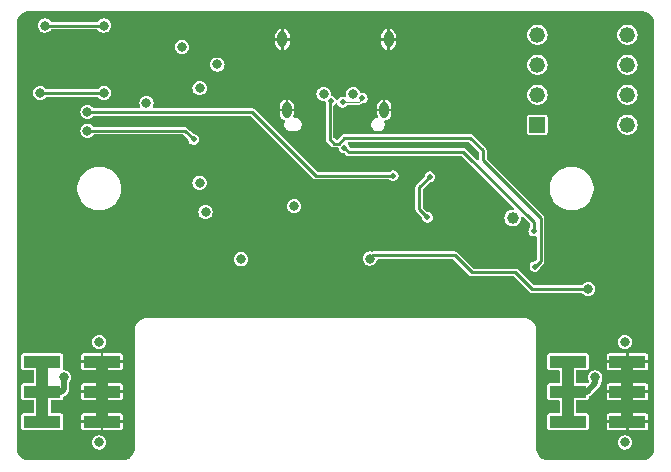
<source format=gbr>
%TF.GenerationSoftware,KiCad,Pcbnew,8.0.0*%
%TF.CreationDate,2024-03-04T20:39:57-05:00*%
%TF.ProjectId,USB C breadboard power supply,55534220-4320-4627-9265-6164626f6172,0.1*%
%TF.SameCoordinates,Original*%
%TF.FileFunction,Copper,L4,Bot*%
%TF.FilePolarity,Positive*%
%FSLAX46Y46*%
G04 Gerber Fmt 4.6, Leading zero omitted, Abs format (unit mm)*
G04 Created by KiCad (PCBNEW 8.0.0) date 2024-03-04 20:39:57*
%MOMM*%
%LPD*%
G01*
G04 APERTURE LIST*
%TA.AperFunction,ComponentPad*%
%ADD10R,1.320800X1.320800*%
%TD*%
%TA.AperFunction,ComponentPad*%
%ADD11C,1.320800*%
%TD*%
%TA.AperFunction,ComponentPad*%
%ADD12O,0.800000X1.400000*%
%TD*%
%TA.AperFunction,SMDPad,CuDef*%
%ADD13R,3.150000X1.000000*%
%TD*%
%TA.AperFunction,ViaPad*%
%ADD14C,0.800000*%
%TD*%
%TA.AperFunction,ViaPad*%
%ADD15C,1.000000*%
%TD*%
%TA.AperFunction,ViaPad*%
%ADD16C,0.500000*%
%TD*%
%TA.AperFunction,Conductor*%
%ADD17C,0.500000*%
%TD*%
%TA.AperFunction,Conductor*%
%ADD18C,0.250000*%
%TD*%
%TA.AperFunction,Conductor*%
%ADD19C,1.000000*%
%TD*%
%TA.AperFunction,Conductor*%
%ADD20C,0.100000*%
%TD*%
G04 APERTURE END LIST*
D10*
%TO.P,SW1,1,1*%
%TO.N,unconnected-(SW1-Pad1)*%
X144100000Y-109600000D03*
D11*
%TO.P,SW1,2,C*%
%TO.N,/VBUS_MAX*%
X144100000Y-107060000D03*
%TO.P,SW1,3,2*%
%TO.N,Net-(SW1-2)*%
X144100000Y-104520000D03*
%TO.P,SW1,4,3*%
%TO.N,Net-(SW1-3)*%
X144100000Y-101980000D03*
%TO.P,SW1,5,NC*%
%TO.N,unconnected-(SW1-NC-Pad5)*%
X151720000Y-101980000D03*
%TO.P,SW1,6,C*%
%TO.N,/VBUS_MAX*%
X151720000Y-104520000D03*
%TO.P,SW1,7,5*%
%TO.N,unconnected-(SW1-5-Pad7)*%
X151720000Y-107060000D03*
%TO.P,SW1,8,4*%
%TO.N,Net-(SW1-4)*%
X151720000Y-109600000D03*
%TD*%
D12*
%TO.P,USB1,S1,SHIELD*%
%TO.N,GND*%
X131490000Y-102380000D03*
X131130000Y-108330000D03*
X122870000Y-108330000D03*
X122510000Y-102380000D03*
%TD*%
D13*
%TO.P,J2,1,Pin_1*%
%TO.N,GND*%
X107225000Y-129660000D03*
%TO.P,J2,2,Pin_2*%
%TO.N,/RAIL_2*%
X102175000Y-129660000D03*
%TO.P,J2,3,Pin_3*%
%TO.N,GND*%
X107225000Y-132200000D03*
%TO.P,J2,4,Pin_4*%
%TO.N,/RAIL_2*%
X102175000Y-132200000D03*
%TO.P,J2,5,Pin_5*%
%TO.N,GND*%
X107225000Y-134740000D03*
%TO.P,J2,6,Pin_6*%
%TO.N,/RAIL_2*%
X102175000Y-134740000D03*
%TD*%
%TO.P,J1,1,Pin_1*%
%TO.N,GND*%
X151725000Y-129660000D03*
%TO.P,J1,2,Pin_2*%
%TO.N,/RAIL_1*%
X146675000Y-129660000D03*
%TO.P,J1,3,Pin_3*%
%TO.N,GND*%
X151725000Y-132200000D03*
%TO.P,J1,4,Pin_4*%
%TO.N,/RAIL_1*%
X146675000Y-132200000D03*
%TO.P,J1,5,Pin_5*%
%TO.N,GND*%
X151725000Y-134740000D03*
%TO.P,J1,6,Pin_6*%
%TO.N,/RAIL_1*%
X146675000Y-134740000D03*
%TD*%
D14*
%TO.N,Net-(C12-Pad1)*%
X106000000Y-110100000D03*
%TO.N,/VBUS_FET_EN*%
X106000000Y-108500000D03*
%TO.N,/RAIL_1*%
X149000000Y-131000000D03*
%TO.N,/RAIL_2*%
X104000000Y-131000000D03*
%TO.N,/3V3_OUT*%
X107000000Y-136500000D03*
%TO.N,/DC_OUTPUT*%
X107000000Y-128000000D03*
%TO.N,/3V3_OUT*%
X151500000Y-136500000D03*
%TO.N,/DC_OUTPUT*%
X151500000Y-128000000D03*
X111000000Y-107775000D03*
%TO.N,/3V3_OUT*%
X123500000Y-116500000D03*
X116000000Y-117000000D03*
%TO.N,VBUS*%
X115500000Y-114500000D03*
X117000000Y-104500000D03*
X115500000Y-106500000D03*
X114000000Y-103000000D03*
X128500000Y-107000000D03*
X125998958Y-106998958D03*
D15*
X142000000Y-117500000D03*
D14*
%TO.N,Net-(D1-K)*%
X102000000Y-106900000D03*
X107400000Y-106900000D03*
%TO.N,Net-(D1-A)*%
X107400000Y-101200000D03*
X102400000Y-101200000D03*
%TO.N,/3V3_OUT*%
X119000000Y-121000000D03*
%TO.N,/3V3*%
X148387500Y-123506250D03*
X129912500Y-120931250D03*
%TO.N,GND*%
X138837500Y-119506250D03*
D16*
X129762500Y-119906250D03*
X137200000Y-103400000D03*
X140537500Y-116956250D03*
X121050000Y-108800000D03*
X118500000Y-112500000D03*
X137100000Y-101800000D03*
X142087500Y-112106250D03*
X140487500Y-112106250D03*
D14*
X140237500Y-119506250D03*
D16*
X137300000Y-107500000D03*
X120500000Y-113300000D03*
D14*
X140237500Y-120856250D03*
D16*
X110800000Y-115000000D03*
X122200000Y-113300000D03*
D14*
X138837500Y-120856250D03*
D16*
X129800000Y-111331750D03*
X146887500Y-118206250D03*
X123900000Y-111400000D03*
X129887500Y-123881250D03*
X138887500Y-112106250D03*
X130037500Y-115106250D03*
X137200000Y-105000000D03*
X136387500Y-113006250D03*
%TO.N,/CC1*%
X143787500Y-118606250D03*
X127750000Y-111550000D03*
%TO.N,/CC2*%
X143887500Y-121606250D03*
X126600000Y-107600000D03*
%TO.N,Net-(C12-Pad1)*%
X115000000Y-110850000D03*
%TO.N,/VBUS_FET_EN*%
X131887500Y-113906250D03*
%TO.N,/VBUS_MAX*%
X135000000Y-114000000D03*
X134787714Y-117432137D03*
%TO.N,/D+*%
X127600000Y-107700000D03*
X129275000Y-107350000D03*
%TD*%
D17*
%TO.N,/RAIL_1*%
X149000000Y-131500000D02*
X148300000Y-132200000D01*
X149000000Y-131000000D02*
X149000000Y-131500000D01*
X148300000Y-132200000D02*
X146675000Y-132200000D01*
%TO.N,/RAIL_2*%
X103800000Y-132200000D02*
X102175000Y-132200000D01*
X104000000Y-131000000D02*
X104000000Y-132000000D01*
X104000000Y-132000000D02*
X103800000Y-132200000D01*
D18*
%TO.N,/VBUS_MAX*%
X134087500Y-116731923D02*
X134787714Y-117432137D01*
X134087500Y-114912500D02*
X134087500Y-116731923D01*
X135000000Y-114000000D02*
X134087500Y-114912500D01*
%TO.N,Net-(D1-K)*%
X102000000Y-106900000D02*
X107400000Y-106900000D01*
%TO.N,Net-(D1-A)*%
X107400000Y-101200000D02*
X102400000Y-101200000D01*
D19*
%TO.N,/RAIL_1*%
X146675000Y-129660000D02*
X146675000Y-132200000D01*
X146675000Y-132200000D02*
X146675000Y-134740000D01*
%TO.N,/RAIL_2*%
X102175000Y-129660000D02*
X102175000Y-132200000D01*
X102175000Y-132200000D02*
X102175000Y-134740000D01*
D18*
%TO.N,/3V3*%
X143612500Y-123481250D02*
X142237500Y-122106250D01*
X148337500Y-123481250D02*
X143612500Y-123481250D01*
X130187500Y-120656250D02*
X129912500Y-120931250D01*
X142237500Y-122106250D02*
X138537500Y-122106250D01*
X137087500Y-120656250D02*
X130187500Y-120656250D01*
X138537500Y-122106250D02*
X137087500Y-120656250D01*
D19*
%TO.N,GND*%
X151725000Y-129660000D02*
X151725000Y-132200000D01*
X151725000Y-132200000D02*
X151725000Y-134740000D01*
X107225000Y-129660000D02*
X107225000Y-132200000D01*
X107225000Y-132200000D02*
X107225000Y-134740000D01*
D18*
%TO.N,/CC1*%
X128106250Y-111906250D02*
X137837500Y-111906250D01*
X143787000Y-117855750D02*
X143787000Y-118556250D01*
X137837500Y-111906250D02*
X143787000Y-117855750D01*
X127750000Y-111550000D02*
X128106250Y-111906250D01*
%TO.N,/CC2*%
X126500000Y-107700000D02*
X126500000Y-110800000D01*
X127761827Y-110725000D02*
X138425000Y-110725000D01*
X144362500Y-117503462D02*
X144362500Y-121131250D01*
X138425000Y-110725000D02*
X139462500Y-111762500D01*
X126900000Y-111200000D02*
X127286827Y-111200000D01*
X126500000Y-110800000D02*
X126900000Y-111200000D01*
X127286827Y-111200000D02*
X127761827Y-110725000D01*
X126600000Y-107600000D02*
X126500000Y-107700000D01*
X139462500Y-112603462D02*
X144362500Y-117503462D01*
X139462500Y-111762500D02*
X139462500Y-112603462D01*
X144362500Y-121131250D02*
X143887500Y-121606250D01*
%TO.N,Net-(C12-Pad1)*%
X106000000Y-110100000D02*
X114250000Y-110100000D01*
X114250000Y-110100000D02*
X115000000Y-110850000D01*
%TO.N,/VBUS_FET_EN*%
X119925000Y-108500000D02*
X125331250Y-113906250D01*
X106000000Y-108500000D02*
X119925000Y-108500000D01*
X125331250Y-113906250D02*
X131887500Y-113906250D01*
D20*
%TO.N,/D+*%
X128950000Y-107675000D02*
X127575000Y-107675000D01*
X129275000Y-107350000D02*
X128950000Y-107675000D01*
%TD*%
%TA.AperFunction,Conductor*%
%TO.N,GND*%
G36*
X138307356Y-111069407D02*
G01*
X138319169Y-111079496D01*
X139108004Y-111868330D01*
X139135781Y-111922847D01*
X139137000Y-111938334D01*
X139137000Y-112506416D01*
X139118093Y-112564607D01*
X139068593Y-112600571D01*
X139007407Y-112600571D01*
X138967998Y-112576421D01*
X138037362Y-111645785D01*
X138037359Y-111645783D01*
X138037357Y-111645781D01*
X137963142Y-111602933D01*
X137963144Y-111602933D01*
X137929457Y-111593907D01*
X137880353Y-111580750D01*
X137880351Y-111580750D01*
X128295337Y-111580750D01*
X128237146Y-111561843D01*
X128201182Y-111512343D01*
X128197346Y-111495849D01*
X128186697Y-111421774D01*
X128176690Y-111399861D01*
X128132883Y-111303938D01*
X128132882Y-111303937D01*
X128055239Y-111214330D01*
X128031422Y-111157971D01*
X128045281Y-111098376D01*
X128091522Y-111058308D01*
X128130059Y-111050500D01*
X138249165Y-111050500D01*
X138307356Y-111069407D01*
G37*
%TD.AperFunction*%
%TA.AperFunction,Conductor*%
G36*
X153001224Y-100000030D02*
G01*
X153027839Y-100000682D01*
X153089724Y-100002198D01*
X153106613Y-100004070D01*
X153163581Y-100015401D01*
X153281428Y-100038842D01*
X153299989Y-100044473D01*
X153463530Y-100112214D01*
X153480643Y-100121361D01*
X153627818Y-100219700D01*
X153642821Y-100232012D01*
X153767987Y-100357178D01*
X153780299Y-100372181D01*
X153878638Y-100519356D01*
X153887786Y-100536471D01*
X153955524Y-100700003D01*
X153961158Y-100718576D01*
X153995929Y-100893386D01*
X153997801Y-100910273D01*
X153999970Y-100998774D01*
X154000000Y-101001200D01*
X154000000Y-136998799D01*
X153999970Y-137001225D01*
X153997801Y-137089726D01*
X153995929Y-137106613D01*
X153961158Y-137281423D01*
X153955524Y-137299996D01*
X153887786Y-137463528D01*
X153878638Y-137480643D01*
X153780299Y-137627818D01*
X153767987Y-137642821D01*
X153642821Y-137767987D01*
X153627818Y-137780299D01*
X153480643Y-137878638D01*
X153463528Y-137887786D01*
X153299996Y-137955524D01*
X153281423Y-137961158D01*
X153106613Y-137995929D01*
X153089726Y-137997801D01*
X153004410Y-137999891D01*
X153001223Y-137999970D01*
X152998800Y-138000000D01*
X145001200Y-138000000D01*
X144998776Y-137999970D01*
X144995505Y-137999889D01*
X144910273Y-137997801D01*
X144893386Y-137995929D01*
X144718576Y-137961158D01*
X144700003Y-137955524D01*
X144536471Y-137887786D01*
X144519356Y-137878638D01*
X144372181Y-137780299D01*
X144357178Y-137767987D01*
X144232012Y-137642821D01*
X144219700Y-137627818D01*
X144121361Y-137480643D01*
X144112213Y-137463528D01*
X144044473Y-137299989D01*
X144038842Y-137281428D01*
X144004070Y-137106613D01*
X144002198Y-137089724D01*
X144000030Y-137001223D01*
X144000000Y-136998799D01*
X144000000Y-136500000D01*
X150894318Y-136500000D01*
X150914955Y-136656758D01*
X150914957Y-136656766D01*
X150975462Y-136802838D01*
X150975462Y-136802839D01*
X150975464Y-136802841D01*
X151071718Y-136928282D01*
X151197159Y-137024536D01*
X151343238Y-137085044D01*
X151460809Y-137100522D01*
X151499999Y-137105682D01*
X151500000Y-137105682D01*
X151500001Y-137105682D01*
X151531352Y-137101554D01*
X151656762Y-137085044D01*
X151802841Y-137024536D01*
X151928282Y-136928282D01*
X152024536Y-136802841D01*
X152085044Y-136656762D01*
X152105682Y-136500000D01*
X152085044Y-136343238D01*
X152024537Y-136197161D01*
X152024537Y-136197160D01*
X151928286Y-136071723D01*
X151928285Y-136071722D01*
X151928282Y-136071718D01*
X151928277Y-136071714D01*
X151928276Y-136071713D01*
X151802838Y-135975462D01*
X151656766Y-135914957D01*
X151656758Y-135914955D01*
X151500001Y-135894318D01*
X151499999Y-135894318D01*
X151343241Y-135914955D01*
X151343233Y-135914957D01*
X151197161Y-135975462D01*
X151197160Y-135975462D01*
X151071723Y-136071713D01*
X151071713Y-136071723D01*
X150975462Y-136197160D01*
X150975462Y-136197161D01*
X150914957Y-136343233D01*
X150914955Y-136343241D01*
X150894318Y-136499999D01*
X150894318Y-136500000D01*
X144000000Y-136500000D01*
X144000000Y-135259746D01*
X144899500Y-135259746D01*
X144899501Y-135259758D01*
X144911094Y-135318036D01*
X144911133Y-135318231D01*
X144955448Y-135384552D01*
X145021769Y-135428867D01*
X145066231Y-135437711D01*
X145080241Y-135440498D01*
X145080246Y-135440498D01*
X145080252Y-135440500D01*
X145080253Y-135440500D01*
X148269747Y-135440500D01*
X148269748Y-135440500D01*
X148328231Y-135428867D01*
X148394552Y-135384552D01*
X148438867Y-135318231D01*
X148450500Y-135259748D01*
X148450500Y-135259700D01*
X149950000Y-135259700D01*
X149961603Y-135318036D01*
X150005806Y-135384189D01*
X150005810Y-135384193D01*
X150071963Y-135428396D01*
X150130299Y-135439999D01*
X150130303Y-135440000D01*
X151624999Y-135440000D01*
X151625000Y-135439999D01*
X151825000Y-135439999D01*
X151825001Y-135440000D01*
X153319697Y-135440000D01*
X153319700Y-135439999D01*
X153378036Y-135428396D01*
X153444189Y-135384193D01*
X153444193Y-135384189D01*
X153488396Y-135318036D01*
X153499999Y-135259700D01*
X153500000Y-135259697D01*
X153500000Y-134840001D01*
X153499999Y-134840000D01*
X151825001Y-134840000D01*
X151825000Y-134840001D01*
X151825000Y-135439999D01*
X151625000Y-135439999D01*
X151625000Y-134840001D01*
X151624999Y-134840000D01*
X149950001Y-134840000D01*
X149950000Y-134840001D01*
X149950000Y-135259700D01*
X148450500Y-135259700D01*
X148450500Y-134639999D01*
X149950000Y-134639999D01*
X149950001Y-134640000D01*
X151624999Y-134640000D01*
X151625000Y-134639999D01*
X151825000Y-134639999D01*
X151825001Y-134640000D01*
X153499999Y-134640000D01*
X153500000Y-134639999D01*
X153500000Y-134220302D01*
X153499999Y-134220299D01*
X153488396Y-134161963D01*
X153444193Y-134095810D01*
X153444189Y-134095806D01*
X153378036Y-134051603D01*
X153319700Y-134040000D01*
X151825001Y-134040000D01*
X151825000Y-134040001D01*
X151825000Y-134639999D01*
X151625000Y-134639999D01*
X151625000Y-134040001D01*
X151624999Y-134040000D01*
X150130299Y-134040000D01*
X150071963Y-134051603D01*
X150005810Y-134095806D01*
X150005806Y-134095810D01*
X149961603Y-134161963D01*
X149950000Y-134220299D01*
X149950000Y-134639999D01*
X148450500Y-134639999D01*
X148450500Y-134220252D01*
X148438867Y-134161769D01*
X148394552Y-134095448D01*
X148394548Y-134095445D01*
X148328233Y-134051134D01*
X148328231Y-134051133D01*
X148328228Y-134051132D01*
X148328227Y-134051132D01*
X148269758Y-134039501D01*
X148269748Y-134039500D01*
X148269747Y-134039500D01*
X147474500Y-134039500D01*
X147416309Y-134020593D01*
X147380345Y-133971093D01*
X147375500Y-133940500D01*
X147375500Y-132999500D01*
X147394407Y-132941309D01*
X147443907Y-132905345D01*
X147474500Y-132900500D01*
X148269747Y-132900500D01*
X148269748Y-132900500D01*
X148328231Y-132888867D01*
X148394552Y-132844552D01*
X148438867Y-132778231D01*
X148450500Y-132719748D01*
X148450500Y-132719700D01*
X149950000Y-132719700D01*
X149961603Y-132778036D01*
X150005806Y-132844189D01*
X150005810Y-132844193D01*
X150071963Y-132888396D01*
X150130299Y-132899999D01*
X150130303Y-132900000D01*
X151624999Y-132900000D01*
X151625000Y-132899999D01*
X151825000Y-132899999D01*
X151825001Y-132900000D01*
X153319697Y-132900000D01*
X153319700Y-132899999D01*
X153378036Y-132888396D01*
X153444189Y-132844193D01*
X153444193Y-132844189D01*
X153488396Y-132778036D01*
X153499999Y-132719700D01*
X153500000Y-132719697D01*
X153500000Y-132300001D01*
X153499999Y-132300000D01*
X151825001Y-132300000D01*
X151825000Y-132300001D01*
X151825000Y-132899999D01*
X151625000Y-132899999D01*
X151625000Y-132300001D01*
X151624999Y-132300000D01*
X149950001Y-132300000D01*
X149950000Y-132300001D01*
X149950000Y-132719700D01*
X148450500Y-132719700D01*
X148450500Y-132690458D01*
X148469407Y-132632267D01*
X148499998Y-132604723D01*
X148576614Y-132560489D01*
X149037104Y-132099999D01*
X149950000Y-132099999D01*
X149950001Y-132100000D01*
X151624999Y-132100000D01*
X151625000Y-132099999D01*
X151825000Y-132099999D01*
X151825001Y-132100000D01*
X153499999Y-132100000D01*
X153500000Y-132099999D01*
X153500000Y-131680302D01*
X153499999Y-131680299D01*
X153488396Y-131621963D01*
X153444193Y-131555810D01*
X153444189Y-131555806D01*
X153378036Y-131511603D01*
X153319700Y-131500000D01*
X151825001Y-131500000D01*
X151825000Y-131500001D01*
X151825000Y-132099999D01*
X151625000Y-132099999D01*
X151625000Y-131500001D01*
X151624999Y-131500000D01*
X150130299Y-131500000D01*
X150071963Y-131511603D01*
X150005810Y-131555806D01*
X150005806Y-131555810D01*
X149961603Y-131621963D01*
X149950000Y-131680299D01*
X149950000Y-132099999D01*
X149037104Y-132099999D01*
X149360489Y-131776614D01*
X149394731Y-131717304D01*
X149419799Y-131673886D01*
X149450500Y-131559309D01*
X149450500Y-131432932D01*
X149469407Y-131374741D01*
X149470936Y-131372693D01*
X149524536Y-131302841D01*
X149585044Y-131156762D01*
X149605682Y-131000000D01*
X149585044Y-130843238D01*
X149524537Y-130697161D01*
X149524537Y-130697160D01*
X149428286Y-130571723D01*
X149428285Y-130571722D01*
X149428282Y-130571718D01*
X149428277Y-130571714D01*
X149428276Y-130571713D01*
X149302838Y-130475462D01*
X149156766Y-130414957D01*
X149156758Y-130414955D01*
X149000001Y-130394318D01*
X148999999Y-130394318D01*
X148843241Y-130414955D01*
X148843233Y-130414957D01*
X148697161Y-130475462D01*
X148697160Y-130475462D01*
X148571723Y-130571713D01*
X148571713Y-130571723D01*
X148475462Y-130697160D01*
X148475462Y-130697161D01*
X148414957Y-130843233D01*
X148414955Y-130843241D01*
X148394318Y-130999999D01*
X148394318Y-131000000D01*
X148414955Y-131156758D01*
X148414957Y-131156764D01*
X148474925Y-131301540D01*
X148479726Y-131362537D01*
X148453465Y-131409430D01*
X148385276Y-131477619D01*
X148330759Y-131505396D01*
X148295959Y-131504713D01*
X148269753Y-131499500D01*
X148269748Y-131499500D01*
X147474500Y-131499500D01*
X147416309Y-131480593D01*
X147380345Y-131431093D01*
X147375500Y-131400500D01*
X147375500Y-130459500D01*
X147394407Y-130401309D01*
X147443907Y-130365345D01*
X147474500Y-130360500D01*
X148269747Y-130360500D01*
X148269748Y-130360500D01*
X148328231Y-130348867D01*
X148394552Y-130304552D01*
X148438867Y-130238231D01*
X148450500Y-130179748D01*
X148450500Y-130179700D01*
X149950000Y-130179700D01*
X149961603Y-130238036D01*
X150005806Y-130304189D01*
X150005810Y-130304193D01*
X150071963Y-130348396D01*
X150130299Y-130359999D01*
X150130303Y-130360000D01*
X151624999Y-130360000D01*
X151625000Y-130359999D01*
X151825000Y-130359999D01*
X151825001Y-130360000D01*
X153319697Y-130360000D01*
X153319700Y-130359999D01*
X153378036Y-130348396D01*
X153444189Y-130304193D01*
X153444193Y-130304189D01*
X153488396Y-130238036D01*
X153499999Y-130179700D01*
X153500000Y-130179697D01*
X153500000Y-129760001D01*
X153499999Y-129760000D01*
X151825001Y-129760000D01*
X151825000Y-129760001D01*
X151825000Y-130359999D01*
X151625000Y-130359999D01*
X151625000Y-129760001D01*
X151624999Y-129760000D01*
X149950001Y-129760000D01*
X149950000Y-129760001D01*
X149950000Y-130179700D01*
X148450500Y-130179700D01*
X148450500Y-129559999D01*
X149950000Y-129559999D01*
X149950001Y-129560000D01*
X151624999Y-129560000D01*
X151625000Y-129559999D01*
X151825000Y-129559999D01*
X151825001Y-129560000D01*
X153499999Y-129560000D01*
X153500000Y-129559999D01*
X153500000Y-129140302D01*
X153499999Y-129140299D01*
X153488396Y-129081963D01*
X153444193Y-129015810D01*
X153444189Y-129015806D01*
X153378036Y-128971603D01*
X153319700Y-128960000D01*
X151825001Y-128960000D01*
X151825000Y-128960001D01*
X151825000Y-129559999D01*
X151625000Y-129559999D01*
X151625000Y-128960001D01*
X151624999Y-128960000D01*
X150130299Y-128960000D01*
X150071963Y-128971603D01*
X150005810Y-129015806D01*
X150005806Y-129015810D01*
X149961603Y-129081963D01*
X149950000Y-129140299D01*
X149950000Y-129559999D01*
X148450500Y-129559999D01*
X148450500Y-129140252D01*
X148438867Y-129081769D01*
X148394552Y-129015448D01*
X148394548Y-129015445D01*
X148328233Y-128971134D01*
X148328231Y-128971133D01*
X148328228Y-128971132D01*
X148328227Y-128971132D01*
X148269758Y-128959501D01*
X148269748Y-128959500D01*
X145080252Y-128959500D01*
X145080251Y-128959500D01*
X145080241Y-128959501D01*
X145021772Y-128971132D01*
X145021766Y-128971134D01*
X144955451Y-129015445D01*
X144955445Y-129015451D01*
X144911134Y-129081766D01*
X144911132Y-129081772D01*
X144899501Y-129140241D01*
X144899500Y-129140253D01*
X144899500Y-130179746D01*
X144899501Y-130179758D01*
X144911094Y-130238036D01*
X144911133Y-130238231D01*
X144955448Y-130304552D01*
X145021769Y-130348867D01*
X145066231Y-130357711D01*
X145080241Y-130360498D01*
X145080246Y-130360498D01*
X145080252Y-130360500D01*
X145875500Y-130360500D01*
X145933691Y-130379407D01*
X145969655Y-130428907D01*
X145974500Y-130459500D01*
X145974500Y-131400500D01*
X145955593Y-131458691D01*
X145906093Y-131494655D01*
X145875500Y-131499500D01*
X145080252Y-131499500D01*
X145080251Y-131499500D01*
X145080241Y-131499501D01*
X145021772Y-131511132D01*
X145021766Y-131511134D01*
X144955451Y-131555445D01*
X144955445Y-131555451D01*
X144911134Y-131621766D01*
X144911132Y-131621772D01*
X144899501Y-131680241D01*
X144899500Y-131680253D01*
X144899500Y-132719746D01*
X144899501Y-132719758D01*
X144911094Y-132778036D01*
X144911133Y-132778231D01*
X144955448Y-132844552D01*
X145021769Y-132888867D01*
X145066231Y-132897711D01*
X145080241Y-132900498D01*
X145080246Y-132900498D01*
X145080252Y-132900500D01*
X145875500Y-132900500D01*
X145933691Y-132919407D01*
X145969655Y-132968907D01*
X145974500Y-132999500D01*
X145974500Y-133940500D01*
X145955593Y-133998691D01*
X145906093Y-134034655D01*
X145875500Y-134039500D01*
X145080252Y-134039500D01*
X145080251Y-134039500D01*
X145080241Y-134039501D01*
X145021772Y-134051132D01*
X145021766Y-134051134D01*
X144955451Y-134095445D01*
X144955445Y-134095451D01*
X144911134Y-134161766D01*
X144911132Y-134161772D01*
X144899501Y-134220241D01*
X144899500Y-134220253D01*
X144899500Y-135259746D01*
X144000000Y-135259746D01*
X144000000Y-128000000D01*
X150894318Y-128000000D01*
X150914955Y-128156758D01*
X150914957Y-128156766D01*
X150975462Y-128302838D01*
X150975462Y-128302839D01*
X150975464Y-128302841D01*
X151071718Y-128428282D01*
X151197159Y-128524536D01*
X151343238Y-128585044D01*
X151460809Y-128600522D01*
X151499999Y-128605682D01*
X151500000Y-128605682D01*
X151500001Y-128605682D01*
X151531352Y-128601554D01*
X151656762Y-128585044D01*
X151802841Y-128524536D01*
X151928282Y-128428282D01*
X152024536Y-128302841D01*
X152085044Y-128156762D01*
X152105682Y-128000000D01*
X152085044Y-127843238D01*
X152024537Y-127697161D01*
X152024537Y-127697160D01*
X151928286Y-127571723D01*
X151928285Y-127571722D01*
X151928282Y-127571718D01*
X151928277Y-127571714D01*
X151928276Y-127571713D01*
X151802838Y-127475462D01*
X151656766Y-127414957D01*
X151656758Y-127414955D01*
X151500001Y-127394318D01*
X151499999Y-127394318D01*
X151343241Y-127414955D01*
X151343233Y-127414957D01*
X151197161Y-127475462D01*
X151197160Y-127475462D01*
X151071723Y-127571713D01*
X151071713Y-127571723D01*
X150975462Y-127697160D01*
X150975462Y-127697161D01*
X150914957Y-127843233D01*
X150914955Y-127843241D01*
X150894318Y-127999999D01*
X150894318Y-128000000D01*
X144000000Y-128000000D01*
X144000000Y-126999988D01*
X143997593Y-126901748D01*
X143959256Y-126709014D01*
X143884055Y-126527464D01*
X143884048Y-126527450D01*
X143774886Y-126364078D01*
X143774883Y-126364075D01*
X143774881Y-126364072D01*
X143635928Y-126225119D01*
X143635924Y-126225116D01*
X143635921Y-126225113D01*
X143472549Y-126115951D01*
X143472535Y-126115944D01*
X143290985Y-126040743D01*
X143098249Y-126002406D01*
X143098253Y-126002406D01*
X143000012Y-126000000D01*
X143000000Y-126000000D01*
X111000000Y-126000000D01*
X110999988Y-126000000D01*
X110901748Y-126002406D01*
X110709014Y-126040743D01*
X110527464Y-126115944D01*
X110527450Y-126115951D01*
X110364078Y-126225113D01*
X110225113Y-126364078D01*
X110115951Y-126527450D01*
X110115944Y-126527464D01*
X110040743Y-126709014D01*
X110002406Y-126901748D01*
X110000000Y-126999988D01*
X110000000Y-136998799D01*
X109999970Y-137001225D01*
X109997801Y-137089726D01*
X109995929Y-137106613D01*
X109961158Y-137281423D01*
X109955524Y-137299996D01*
X109887786Y-137463528D01*
X109878638Y-137480643D01*
X109780299Y-137627818D01*
X109767987Y-137642821D01*
X109642821Y-137767987D01*
X109627818Y-137780299D01*
X109480643Y-137878638D01*
X109463528Y-137887786D01*
X109299996Y-137955524D01*
X109281423Y-137961158D01*
X109106613Y-137995929D01*
X109089726Y-137997801D01*
X109004410Y-137999891D01*
X109001223Y-137999970D01*
X108998800Y-138000000D01*
X101001200Y-138000000D01*
X100998776Y-137999970D01*
X100995505Y-137999889D01*
X100910273Y-137997801D01*
X100893386Y-137995929D01*
X100718576Y-137961158D01*
X100700003Y-137955524D01*
X100536471Y-137887786D01*
X100519356Y-137878638D01*
X100372181Y-137780299D01*
X100357178Y-137767987D01*
X100232012Y-137642821D01*
X100219700Y-137627818D01*
X100121361Y-137480643D01*
X100112213Y-137463528D01*
X100044473Y-137299989D01*
X100038842Y-137281428D01*
X100004070Y-137106613D01*
X100002198Y-137089724D01*
X100000030Y-137001223D01*
X100000000Y-136998799D01*
X100000000Y-136500000D01*
X106394318Y-136500000D01*
X106414955Y-136656758D01*
X106414957Y-136656766D01*
X106475462Y-136802838D01*
X106475462Y-136802839D01*
X106475464Y-136802841D01*
X106571718Y-136928282D01*
X106697159Y-137024536D01*
X106843238Y-137085044D01*
X106960809Y-137100522D01*
X106999999Y-137105682D01*
X107000000Y-137105682D01*
X107000001Y-137105682D01*
X107031352Y-137101554D01*
X107156762Y-137085044D01*
X107302841Y-137024536D01*
X107428282Y-136928282D01*
X107524536Y-136802841D01*
X107585044Y-136656762D01*
X107605682Y-136500000D01*
X107585044Y-136343238D01*
X107524537Y-136197161D01*
X107524537Y-136197160D01*
X107428286Y-136071723D01*
X107428285Y-136071722D01*
X107428282Y-136071718D01*
X107428277Y-136071714D01*
X107428276Y-136071713D01*
X107302838Y-135975462D01*
X107156766Y-135914957D01*
X107156758Y-135914955D01*
X107000001Y-135894318D01*
X106999999Y-135894318D01*
X106843241Y-135914955D01*
X106843233Y-135914957D01*
X106697161Y-135975462D01*
X106697160Y-135975462D01*
X106571723Y-136071713D01*
X106571713Y-136071723D01*
X106475462Y-136197160D01*
X106475462Y-136197161D01*
X106414957Y-136343233D01*
X106414955Y-136343241D01*
X106394318Y-136499999D01*
X106394318Y-136500000D01*
X100000000Y-136500000D01*
X100000000Y-135259746D01*
X100399500Y-135259746D01*
X100399501Y-135259758D01*
X100411094Y-135318036D01*
X100411133Y-135318231D01*
X100455448Y-135384552D01*
X100521769Y-135428867D01*
X100566231Y-135437711D01*
X100580241Y-135440498D01*
X100580246Y-135440498D01*
X100580252Y-135440500D01*
X100580253Y-135440500D01*
X103769747Y-135440500D01*
X103769748Y-135440500D01*
X103828231Y-135428867D01*
X103894552Y-135384552D01*
X103938867Y-135318231D01*
X103950500Y-135259748D01*
X103950500Y-135259700D01*
X105450000Y-135259700D01*
X105461603Y-135318036D01*
X105505806Y-135384189D01*
X105505810Y-135384193D01*
X105571963Y-135428396D01*
X105630299Y-135439999D01*
X105630303Y-135440000D01*
X107124999Y-135440000D01*
X107125000Y-135439999D01*
X107325000Y-135439999D01*
X107325001Y-135440000D01*
X108819697Y-135440000D01*
X108819700Y-135439999D01*
X108878036Y-135428396D01*
X108944189Y-135384193D01*
X108944193Y-135384189D01*
X108988396Y-135318036D01*
X108999999Y-135259700D01*
X109000000Y-135259697D01*
X109000000Y-134840001D01*
X108999999Y-134840000D01*
X107325001Y-134840000D01*
X107325000Y-134840001D01*
X107325000Y-135439999D01*
X107125000Y-135439999D01*
X107125000Y-134840001D01*
X107124999Y-134840000D01*
X105450001Y-134840000D01*
X105450000Y-134840001D01*
X105450000Y-135259700D01*
X103950500Y-135259700D01*
X103950500Y-134639999D01*
X105450000Y-134639999D01*
X105450001Y-134640000D01*
X107124999Y-134640000D01*
X107125000Y-134639999D01*
X107325000Y-134639999D01*
X107325001Y-134640000D01*
X108999999Y-134640000D01*
X109000000Y-134639999D01*
X109000000Y-134220302D01*
X108999999Y-134220299D01*
X108988396Y-134161963D01*
X108944193Y-134095810D01*
X108944189Y-134095806D01*
X108878036Y-134051603D01*
X108819700Y-134040000D01*
X107325001Y-134040000D01*
X107325000Y-134040001D01*
X107325000Y-134639999D01*
X107125000Y-134639999D01*
X107125000Y-134040001D01*
X107124999Y-134040000D01*
X105630299Y-134040000D01*
X105571963Y-134051603D01*
X105505810Y-134095806D01*
X105505806Y-134095810D01*
X105461603Y-134161963D01*
X105450000Y-134220299D01*
X105450000Y-134639999D01*
X103950500Y-134639999D01*
X103950500Y-134220252D01*
X103938867Y-134161769D01*
X103894552Y-134095448D01*
X103894548Y-134095445D01*
X103828233Y-134051134D01*
X103828231Y-134051133D01*
X103828228Y-134051132D01*
X103828227Y-134051132D01*
X103769758Y-134039501D01*
X103769748Y-134039500D01*
X103769747Y-134039500D01*
X102974500Y-134039500D01*
X102916309Y-134020593D01*
X102880345Y-133971093D01*
X102875500Y-133940500D01*
X102875500Y-132999500D01*
X102894407Y-132941309D01*
X102943907Y-132905345D01*
X102974500Y-132900500D01*
X103769747Y-132900500D01*
X103769748Y-132900500D01*
X103828231Y-132888867D01*
X103894552Y-132844552D01*
X103938867Y-132778231D01*
X103950500Y-132719748D01*
X103950500Y-132719700D01*
X105450000Y-132719700D01*
X105461603Y-132778036D01*
X105505806Y-132844189D01*
X105505810Y-132844193D01*
X105571963Y-132888396D01*
X105630299Y-132899999D01*
X105630303Y-132900000D01*
X107124999Y-132900000D01*
X107125000Y-132899999D01*
X107325000Y-132899999D01*
X107325001Y-132900000D01*
X108819697Y-132900000D01*
X108819700Y-132899999D01*
X108878036Y-132888396D01*
X108944189Y-132844193D01*
X108944193Y-132844189D01*
X108988396Y-132778036D01*
X108999999Y-132719700D01*
X109000000Y-132719697D01*
X109000000Y-132300001D01*
X108999999Y-132300000D01*
X107325001Y-132300000D01*
X107325000Y-132300001D01*
X107325000Y-132899999D01*
X107125000Y-132899999D01*
X107125000Y-132300001D01*
X107124999Y-132300000D01*
X105450001Y-132300000D01*
X105450000Y-132300001D01*
X105450000Y-132719700D01*
X103950500Y-132719700D01*
X103950500Y-132690458D01*
X103969407Y-132632267D01*
X103999998Y-132604723D01*
X104076614Y-132560489D01*
X104360490Y-132276614D01*
X104419799Y-132173887D01*
X104431288Y-132131007D01*
X104439597Y-132099999D01*
X105450000Y-132099999D01*
X105450001Y-132100000D01*
X107124999Y-132100000D01*
X107125000Y-132099999D01*
X107325000Y-132099999D01*
X107325001Y-132100000D01*
X108999999Y-132100000D01*
X109000000Y-132099999D01*
X109000000Y-131680302D01*
X108999999Y-131680299D01*
X108988396Y-131621963D01*
X108944193Y-131555810D01*
X108944189Y-131555806D01*
X108878036Y-131511603D01*
X108819700Y-131500000D01*
X107325001Y-131500000D01*
X107325000Y-131500001D01*
X107325000Y-132099999D01*
X107125000Y-132099999D01*
X107125000Y-131500001D01*
X107124999Y-131500000D01*
X105630299Y-131500000D01*
X105571963Y-131511603D01*
X105505810Y-131555806D01*
X105505806Y-131555810D01*
X105461603Y-131621963D01*
X105450000Y-131680299D01*
X105450000Y-132099999D01*
X104439597Y-132099999D01*
X104450500Y-132059309D01*
X104450500Y-131432932D01*
X104469407Y-131374741D01*
X104470936Y-131372693D01*
X104524536Y-131302841D01*
X104585044Y-131156762D01*
X104605682Y-131000000D01*
X104585044Y-130843238D01*
X104524537Y-130697161D01*
X104524537Y-130697160D01*
X104428286Y-130571723D01*
X104428285Y-130571722D01*
X104428282Y-130571718D01*
X104428277Y-130571714D01*
X104428276Y-130571713D01*
X104302838Y-130475462D01*
X104156766Y-130414957D01*
X104156758Y-130414955D01*
X104005791Y-130395080D01*
X103950566Y-130368739D01*
X103921371Y-130314968D01*
X103929357Y-130254306D01*
X103936395Y-130241929D01*
X103938867Y-130238231D01*
X103950500Y-130179748D01*
X103950500Y-130179700D01*
X105450000Y-130179700D01*
X105461603Y-130238036D01*
X105505806Y-130304189D01*
X105505810Y-130304193D01*
X105571963Y-130348396D01*
X105630299Y-130359999D01*
X105630303Y-130360000D01*
X107124999Y-130360000D01*
X107125000Y-130359999D01*
X107325000Y-130359999D01*
X107325001Y-130360000D01*
X108819697Y-130360000D01*
X108819700Y-130359999D01*
X108878036Y-130348396D01*
X108944189Y-130304193D01*
X108944193Y-130304189D01*
X108988396Y-130238036D01*
X108999999Y-130179700D01*
X109000000Y-130179697D01*
X109000000Y-129760001D01*
X108999999Y-129760000D01*
X107325001Y-129760000D01*
X107325000Y-129760001D01*
X107325000Y-130359999D01*
X107125000Y-130359999D01*
X107125000Y-129760001D01*
X107124999Y-129760000D01*
X105450001Y-129760000D01*
X105450000Y-129760001D01*
X105450000Y-130179700D01*
X103950500Y-130179700D01*
X103950500Y-129559999D01*
X105450000Y-129559999D01*
X105450001Y-129560000D01*
X107124999Y-129560000D01*
X107125000Y-129559999D01*
X107325000Y-129559999D01*
X107325001Y-129560000D01*
X108999999Y-129560000D01*
X109000000Y-129559999D01*
X109000000Y-129140302D01*
X108999999Y-129140299D01*
X108988396Y-129081963D01*
X108944193Y-129015810D01*
X108944189Y-129015806D01*
X108878036Y-128971603D01*
X108819700Y-128960000D01*
X107325001Y-128960000D01*
X107325000Y-128960001D01*
X107325000Y-129559999D01*
X107125000Y-129559999D01*
X107125000Y-128960001D01*
X107124999Y-128960000D01*
X105630299Y-128960000D01*
X105571963Y-128971603D01*
X105505810Y-129015806D01*
X105505806Y-129015810D01*
X105461603Y-129081963D01*
X105450000Y-129140299D01*
X105450000Y-129559999D01*
X103950500Y-129559999D01*
X103950500Y-129140252D01*
X103938867Y-129081769D01*
X103894552Y-129015448D01*
X103894548Y-129015445D01*
X103828233Y-128971134D01*
X103828231Y-128971133D01*
X103828228Y-128971132D01*
X103828227Y-128971132D01*
X103769758Y-128959501D01*
X103769748Y-128959500D01*
X100580252Y-128959500D01*
X100580251Y-128959500D01*
X100580241Y-128959501D01*
X100521772Y-128971132D01*
X100521766Y-128971134D01*
X100455451Y-129015445D01*
X100455445Y-129015451D01*
X100411134Y-129081766D01*
X100411132Y-129081772D01*
X100399501Y-129140241D01*
X100399500Y-129140253D01*
X100399500Y-130179746D01*
X100399501Y-130179758D01*
X100411094Y-130238036D01*
X100411133Y-130238231D01*
X100455448Y-130304552D01*
X100521769Y-130348867D01*
X100566231Y-130357711D01*
X100580241Y-130360498D01*
X100580246Y-130360498D01*
X100580252Y-130360500D01*
X101375500Y-130360500D01*
X101433691Y-130379407D01*
X101469655Y-130428907D01*
X101474500Y-130459500D01*
X101474500Y-131400500D01*
X101455593Y-131458691D01*
X101406093Y-131494655D01*
X101375500Y-131499500D01*
X100580252Y-131499500D01*
X100580251Y-131499500D01*
X100580241Y-131499501D01*
X100521772Y-131511132D01*
X100521766Y-131511134D01*
X100455451Y-131555445D01*
X100455445Y-131555451D01*
X100411134Y-131621766D01*
X100411132Y-131621772D01*
X100399501Y-131680241D01*
X100399500Y-131680253D01*
X100399500Y-132719746D01*
X100399501Y-132719758D01*
X100411094Y-132778036D01*
X100411133Y-132778231D01*
X100455448Y-132844552D01*
X100521769Y-132888867D01*
X100566231Y-132897711D01*
X100580241Y-132900498D01*
X100580246Y-132900498D01*
X100580252Y-132900500D01*
X101375500Y-132900500D01*
X101433691Y-132919407D01*
X101469655Y-132968907D01*
X101474500Y-132999500D01*
X101474500Y-133940500D01*
X101455593Y-133998691D01*
X101406093Y-134034655D01*
X101375500Y-134039500D01*
X100580252Y-134039500D01*
X100580251Y-134039500D01*
X100580241Y-134039501D01*
X100521772Y-134051132D01*
X100521766Y-134051134D01*
X100455451Y-134095445D01*
X100455445Y-134095451D01*
X100411134Y-134161766D01*
X100411132Y-134161772D01*
X100399501Y-134220241D01*
X100399500Y-134220253D01*
X100399500Y-135259746D01*
X100000000Y-135259746D01*
X100000000Y-128000000D01*
X106394318Y-128000000D01*
X106414955Y-128156758D01*
X106414957Y-128156766D01*
X106475462Y-128302838D01*
X106475462Y-128302839D01*
X106475464Y-128302841D01*
X106571718Y-128428282D01*
X106697159Y-128524536D01*
X106843238Y-128585044D01*
X106960809Y-128600522D01*
X106999999Y-128605682D01*
X107000000Y-128605682D01*
X107000001Y-128605682D01*
X107031352Y-128601554D01*
X107156762Y-128585044D01*
X107302841Y-128524536D01*
X107428282Y-128428282D01*
X107524536Y-128302841D01*
X107585044Y-128156762D01*
X107605682Y-128000000D01*
X107585044Y-127843238D01*
X107524537Y-127697161D01*
X107524537Y-127697160D01*
X107428286Y-127571723D01*
X107428285Y-127571722D01*
X107428282Y-127571718D01*
X107428277Y-127571714D01*
X107428276Y-127571713D01*
X107302838Y-127475462D01*
X107156766Y-127414957D01*
X107156758Y-127414955D01*
X107000001Y-127394318D01*
X106999999Y-127394318D01*
X106843241Y-127414955D01*
X106843233Y-127414957D01*
X106697161Y-127475462D01*
X106697160Y-127475462D01*
X106571723Y-127571713D01*
X106571713Y-127571723D01*
X106475462Y-127697160D01*
X106475462Y-127697161D01*
X106414957Y-127843233D01*
X106414955Y-127843241D01*
X106394318Y-127999999D01*
X106394318Y-128000000D01*
X100000000Y-128000000D01*
X100000000Y-121000000D01*
X118394318Y-121000000D01*
X118414955Y-121156758D01*
X118414957Y-121156766D01*
X118475461Y-121302836D01*
X118475462Y-121302839D01*
X118571713Y-121428276D01*
X118571718Y-121428282D01*
X118697159Y-121524536D01*
X118697160Y-121524536D01*
X118697161Y-121524537D01*
X118843233Y-121585042D01*
X118843238Y-121585044D01*
X118960809Y-121600522D01*
X118999999Y-121605682D01*
X119000000Y-121605682D01*
X119000001Y-121605682D01*
X119031352Y-121601554D01*
X119156762Y-121585044D01*
X119302841Y-121524536D01*
X119428282Y-121428282D01*
X119524536Y-121302841D01*
X119524537Y-121302839D01*
X119524539Y-121302836D01*
X119585042Y-121156766D01*
X119585044Y-121156762D01*
X119605682Y-121000000D01*
X119596631Y-120931250D01*
X129306818Y-120931250D01*
X129327455Y-121088008D01*
X129327457Y-121088016D01*
X129387962Y-121234088D01*
X129387962Y-121234089D01*
X129484213Y-121359526D01*
X129484218Y-121359532D01*
X129484222Y-121359535D01*
X129484223Y-121359536D01*
X129485073Y-121360188D01*
X129609659Y-121455786D01*
X129755738Y-121516294D01*
X129873309Y-121531772D01*
X129912499Y-121536932D01*
X129912500Y-121536932D01*
X129912501Y-121536932D01*
X129943852Y-121532804D01*
X130069262Y-121516294D01*
X130215341Y-121455786D01*
X130340782Y-121359532D01*
X130437036Y-121234091D01*
X130497544Y-121088012D01*
X130500201Y-121067828D01*
X130526541Y-121012604D01*
X130580312Y-120983408D01*
X130598354Y-120981750D01*
X136911665Y-120981750D01*
X136969856Y-121000657D01*
X136981669Y-121010746D01*
X137705399Y-121734475D01*
X138277033Y-122306109D01*
X138277035Y-122306112D01*
X138337638Y-122366715D01*
X138337640Y-122366716D01*
X138411858Y-122409566D01*
X138411862Y-122409568D01*
X138494644Y-122431750D01*
X138494646Y-122431751D01*
X138494647Y-122431751D01*
X138586416Y-122431751D01*
X138586432Y-122431750D01*
X142061665Y-122431750D01*
X142119856Y-122450657D01*
X142131669Y-122460746D01*
X143352033Y-123681109D01*
X143352035Y-123681112D01*
X143412638Y-123741715D01*
X143412640Y-123741716D01*
X143486858Y-123784566D01*
X143486862Y-123784568D01*
X143569644Y-123806750D01*
X143569646Y-123806751D01*
X143569647Y-123806751D01*
X143661416Y-123806751D01*
X143661432Y-123806750D01*
X147812346Y-123806750D01*
X147870537Y-123825657D01*
X147890888Y-123845483D01*
X147959218Y-123934532D01*
X148084659Y-124030786D01*
X148230738Y-124091294D01*
X148348309Y-124106772D01*
X148387499Y-124111932D01*
X148387500Y-124111932D01*
X148387501Y-124111932D01*
X148418852Y-124107804D01*
X148544262Y-124091294D01*
X148690341Y-124030786D01*
X148815782Y-123934532D01*
X148912036Y-123809091D01*
X148972544Y-123663012D01*
X148993182Y-123506250D01*
X148972544Y-123349488D01*
X148912037Y-123203411D01*
X148912037Y-123203410D01*
X148815786Y-123077973D01*
X148815785Y-123077972D01*
X148815782Y-123077968D01*
X148815777Y-123077964D01*
X148815776Y-123077963D01*
X148690338Y-122981712D01*
X148544266Y-122921207D01*
X148544258Y-122921205D01*
X148387501Y-122900568D01*
X148387499Y-122900568D01*
X148230741Y-122921205D01*
X148230733Y-122921207D01*
X148084661Y-122981712D01*
X148084660Y-122981712D01*
X147959223Y-123077963D01*
X147959214Y-123077972D01*
X147929255Y-123117017D01*
X147878831Y-123151673D01*
X147850713Y-123155750D01*
X143788334Y-123155750D01*
X143730143Y-123136843D01*
X143718330Y-123126754D01*
X143492144Y-122900568D01*
X142437362Y-121845785D01*
X142437359Y-121845783D01*
X142437357Y-121845781D01*
X142363142Y-121802933D01*
X142363144Y-121802933D01*
X142331021Y-121794326D01*
X142280353Y-121780750D01*
X142280351Y-121780750D01*
X138713334Y-121780750D01*
X138655143Y-121761843D01*
X138643330Y-121751754D01*
X138018330Y-121126754D01*
X137287362Y-120395785D01*
X137287359Y-120395783D01*
X137287357Y-120395781D01*
X137213142Y-120352933D01*
X137213144Y-120352933D01*
X137174847Y-120342672D01*
X137130353Y-120330750D01*
X137130351Y-120330750D01*
X130236432Y-120330750D01*
X130236416Y-120330749D01*
X130230353Y-120330749D01*
X130144647Y-120330749D01*
X130112449Y-120339376D01*
X130100148Y-120342672D01*
X130061604Y-120345197D01*
X129973621Y-120333614D01*
X129912501Y-120325568D01*
X129912499Y-120325568D01*
X129755741Y-120346205D01*
X129755733Y-120346207D01*
X129609661Y-120406712D01*
X129609660Y-120406712D01*
X129484223Y-120502963D01*
X129484213Y-120502973D01*
X129387962Y-120628410D01*
X129387962Y-120628411D01*
X129327457Y-120774483D01*
X129327455Y-120774491D01*
X129306818Y-120931249D01*
X129306818Y-120931250D01*
X119596631Y-120931250D01*
X119585044Y-120843238D01*
X119524537Y-120697161D01*
X119524537Y-120697160D01*
X119428286Y-120571723D01*
X119428285Y-120571722D01*
X119428282Y-120571718D01*
X119428277Y-120571714D01*
X119428276Y-120571713D01*
X119357104Y-120517101D01*
X119302841Y-120475464D01*
X119302840Y-120475463D01*
X119302838Y-120475462D01*
X119156766Y-120414957D01*
X119156758Y-120414955D01*
X119000001Y-120394318D01*
X118999999Y-120394318D01*
X118843241Y-120414955D01*
X118843233Y-120414957D01*
X118697161Y-120475462D01*
X118697160Y-120475462D01*
X118571723Y-120571713D01*
X118571713Y-120571723D01*
X118475462Y-120697160D01*
X118475462Y-120697161D01*
X118414957Y-120843233D01*
X118414955Y-120843241D01*
X118394318Y-120999999D01*
X118394318Y-121000000D01*
X100000000Y-121000000D01*
X100000000Y-117000000D01*
X115394318Y-117000000D01*
X115414955Y-117156758D01*
X115414957Y-117156766D01*
X115475462Y-117302838D01*
X115475462Y-117302839D01*
X115571713Y-117428276D01*
X115571718Y-117428282D01*
X115571722Y-117428285D01*
X115571723Y-117428286D01*
X115584647Y-117438203D01*
X115697159Y-117524536D01*
X115843238Y-117585044D01*
X115960809Y-117600522D01*
X115999999Y-117605682D01*
X116000000Y-117605682D01*
X116000001Y-117605682D01*
X116031352Y-117601554D01*
X116156762Y-117585044D01*
X116302841Y-117524536D01*
X116428282Y-117428282D01*
X116524536Y-117302841D01*
X116585044Y-117156762D01*
X116605682Y-117000000D01*
X116603264Y-116981637D01*
X116595053Y-116919266D01*
X116585044Y-116843238D01*
X116524537Y-116697161D01*
X116524537Y-116697160D01*
X116428286Y-116571723D01*
X116428285Y-116571722D01*
X116428282Y-116571718D01*
X116428277Y-116571714D01*
X116428276Y-116571713D01*
X116334817Y-116500000D01*
X122894318Y-116500000D01*
X122914955Y-116656758D01*
X122914957Y-116656766D01*
X122975462Y-116802838D01*
X122975462Y-116802839D01*
X123071713Y-116928276D01*
X123071718Y-116928282D01*
X123197159Y-117024536D01*
X123343238Y-117085044D01*
X123460809Y-117100522D01*
X123499999Y-117105682D01*
X123500000Y-117105682D01*
X123500001Y-117105682D01*
X123531352Y-117101554D01*
X123656762Y-117085044D01*
X123802841Y-117024536D01*
X123928282Y-116928282D01*
X124024536Y-116802841D01*
X124036161Y-116774776D01*
X133762000Y-116774776D01*
X133769520Y-116802841D01*
X133784183Y-116857566D01*
X133827031Y-116931780D01*
X133827035Y-116931785D01*
X134310154Y-117414905D01*
X134337931Y-117469421D01*
X134338142Y-117470819D01*
X134351016Y-117560362D01*
X134386605Y-117638289D01*
X134404832Y-117678200D01*
X134489665Y-117776104D01*
X134489666Y-117776105D01*
X134570306Y-117827929D01*
X134598645Y-117846141D01*
X134722942Y-117882637D01*
X134722944Y-117882637D01*
X134852484Y-117882637D01*
X134852486Y-117882637D01*
X134976783Y-117846141D01*
X135085763Y-117776104D01*
X135170596Y-117678200D01*
X135224411Y-117560363D01*
X135235554Y-117482863D01*
X135242847Y-117432139D01*
X135242847Y-117432134D01*
X135224411Y-117303911D01*
X135196592Y-117242997D01*
X135170596Y-117186074D01*
X135085763Y-117088170D01*
X135085762Y-117088169D01*
X135085761Y-117088168D01*
X134976787Y-117018135D01*
X134976784Y-117018133D01*
X134976783Y-117018133D01*
X134976780Y-117018132D01*
X134852488Y-116981637D01*
X134852486Y-116981637D01*
X134838549Y-116981637D01*
X134780358Y-116962730D01*
X134768545Y-116952641D01*
X134441996Y-116626092D01*
X134414219Y-116571575D01*
X134413000Y-116556088D01*
X134413000Y-115088335D01*
X134431907Y-115030144D01*
X134441996Y-115018331D01*
X134980831Y-114479496D01*
X135035348Y-114451719D01*
X135050835Y-114450500D01*
X135064770Y-114450500D01*
X135064772Y-114450500D01*
X135189069Y-114414004D01*
X135298049Y-114343967D01*
X135382882Y-114246063D01*
X135436697Y-114128226D01*
X135452656Y-114017230D01*
X135455133Y-114000002D01*
X135455133Y-113999997D01*
X135436697Y-113871774D01*
X135382882Y-113753938D01*
X135382882Y-113753937D01*
X135298049Y-113656033D01*
X135298048Y-113656032D01*
X135298047Y-113656031D01*
X135189073Y-113585998D01*
X135189070Y-113585996D01*
X135189069Y-113585996D01*
X135189066Y-113585995D01*
X135064774Y-113549500D01*
X135064772Y-113549500D01*
X134935228Y-113549500D01*
X134935225Y-113549500D01*
X134810933Y-113585995D01*
X134810926Y-113585998D01*
X134701952Y-113656031D01*
X134617117Y-113753938D01*
X134563302Y-113871774D01*
X134550428Y-113961316D01*
X134523432Y-114016224D01*
X134522440Y-114017230D01*
X133827035Y-114712637D01*
X133827031Y-114712642D01*
X133784182Y-114786860D01*
X133784181Y-114786860D01*
X133784182Y-114786861D01*
X133784182Y-114786862D01*
X133762000Y-114869647D01*
X133762000Y-116689070D01*
X133762000Y-116774776D01*
X124036161Y-116774776D01*
X124085044Y-116656762D01*
X124105682Y-116500000D01*
X124085044Y-116343238D01*
X124024537Y-116197161D01*
X124024537Y-116197160D01*
X123928286Y-116071723D01*
X123928285Y-116071722D01*
X123928282Y-116071718D01*
X123928277Y-116071714D01*
X123928276Y-116071713D01*
X123802838Y-115975462D01*
X123656766Y-115914957D01*
X123656758Y-115914955D01*
X123500001Y-115894318D01*
X123499999Y-115894318D01*
X123343241Y-115914955D01*
X123343233Y-115914957D01*
X123197161Y-115975462D01*
X123197160Y-115975462D01*
X123071723Y-116071713D01*
X123071713Y-116071723D01*
X122975462Y-116197160D01*
X122975462Y-116197161D01*
X122914957Y-116343233D01*
X122914955Y-116343241D01*
X122894318Y-116499999D01*
X122894318Y-116500000D01*
X116334817Y-116500000D01*
X116302838Y-116475462D01*
X116156766Y-116414957D01*
X116156758Y-116414955D01*
X116000001Y-116394318D01*
X115999999Y-116394318D01*
X115843241Y-116414955D01*
X115843233Y-116414957D01*
X115697161Y-116475462D01*
X115697160Y-116475462D01*
X115571723Y-116571713D01*
X115571713Y-116571723D01*
X115475462Y-116697160D01*
X115475462Y-116697161D01*
X115414957Y-116843233D01*
X115414955Y-116843241D01*
X115394318Y-116999999D01*
X115394318Y-117000000D01*
X100000000Y-117000000D01*
X100000000Y-115121289D01*
X105149500Y-115121289D01*
X105181161Y-115361781D01*
X105181161Y-115361786D01*
X105243944Y-115596092D01*
X105243948Y-115596105D01*
X105336772Y-115820204D01*
X105336774Y-115820208D01*
X105336776Y-115820212D01*
X105426410Y-115975462D01*
X105458066Y-116030292D01*
X105605729Y-116222731D01*
X105605731Y-116222733D01*
X105605735Y-116222738D01*
X105777262Y-116394265D01*
X105777266Y-116394268D01*
X105777268Y-116394270D01*
X105915059Y-116500000D01*
X105969711Y-116541936D01*
X106179788Y-116663224D01*
X106403900Y-116756054D01*
X106638211Y-116818838D01*
X106878712Y-116850500D01*
X106878713Y-116850500D01*
X107121287Y-116850500D01*
X107121288Y-116850500D01*
X107361789Y-116818838D01*
X107596100Y-116756054D01*
X107820212Y-116663224D01*
X108030289Y-116541936D01*
X108222738Y-116394265D01*
X108394265Y-116222738D01*
X108541936Y-116030289D01*
X108663224Y-115820212D01*
X108756054Y-115596100D01*
X108818838Y-115361789D01*
X108850500Y-115121288D01*
X108850500Y-114878712D01*
X108818838Y-114638211D01*
X108781804Y-114500000D01*
X114894318Y-114500000D01*
X114914955Y-114656758D01*
X114914957Y-114656766D01*
X114975462Y-114802838D01*
X114975462Y-114802839D01*
X115033682Y-114878713D01*
X115071718Y-114928282D01*
X115197159Y-115024536D01*
X115197160Y-115024536D01*
X115197161Y-115024537D01*
X115252181Y-115047327D01*
X115343238Y-115085044D01*
X115460809Y-115100522D01*
X115499999Y-115105682D01*
X115500000Y-115105682D01*
X115500001Y-115105682D01*
X115531352Y-115101554D01*
X115656762Y-115085044D01*
X115802841Y-115024536D01*
X115928282Y-114928282D01*
X116024536Y-114802841D01*
X116085044Y-114656762D01*
X116105682Y-114500000D01*
X116085044Y-114343238D01*
X116075524Y-114320254D01*
X116024537Y-114197161D01*
X116024537Y-114197160D01*
X115928286Y-114071723D01*
X115928285Y-114071722D01*
X115928282Y-114071718D01*
X115928277Y-114071714D01*
X115928276Y-114071713D01*
X115855961Y-114016224D01*
X115802841Y-113975464D01*
X115802840Y-113975463D01*
X115802838Y-113975462D01*
X115656766Y-113914957D01*
X115656758Y-113914955D01*
X115500001Y-113894318D01*
X115499999Y-113894318D01*
X115343241Y-113914955D01*
X115343233Y-113914957D01*
X115197161Y-113975462D01*
X115197160Y-113975462D01*
X115071723Y-114071713D01*
X115071713Y-114071723D01*
X114975462Y-114197160D01*
X114975462Y-114197161D01*
X114914957Y-114343233D01*
X114914955Y-114343241D01*
X114894318Y-114499999D01*
X114894318Y-114500000D01*
X108781804Y-114500000D01*
X108756054Y-114403900D01*
X108663224Y-114179788D01*
X108541936Y-113969711D01*
X108493241Y-113906250D01*
X108394270Y-113777268D01*
X108394268Y-113777266D01*
X108394265Y-113777262D01*
X108222738Y-113605735D01*
X108222733Y-113605731D01*
X108222731Y-113605729D01*
X108030292Y-113458066D01*
X108026281Y-113455750D01*
X107820212Y-113336776D01*
X107820208Y-113336774D01*
X107820204Y-113336772D01*
X107596105Y-113243948D01*
X107596104Y-113243947D01*
X107596100Y-113243946D01*
X107361789Y-113181162D01*
X107361786Y-113181161D01*
X107361784Y-113181161D01*
X107121289Y-113149500D01*
X107121288Y-113149500D01*
X106878712Y-113149500D01*
X106878710Y-113149500D01*
X106638218Y-113181161D01*
X106638213Y-113181161D01*
X106403907Y-113243944D01*
X106403894Y-113243948D01*
X106179795Y-113336772D01*
X105969707Y-113458066D01*
X105777268Y-113605729D01*
X105605729Y-113777268D01*
X105458066Y-113969707D01*
X105336772Y-114179795D01*
X105243948Y-114403894D01*
X105243944Y-114403907D01*
X105181161Y-114638213D01*
X105181161Y-114638218D01*
X105149500Y-114878710D01*
X105149500Y-115121289D01*
X100000000Y-115121289D01*
X100000000Y-110100000D01*
X105394318Y-110100000D01*
X105414955Y-110256758D01*
X105414957Y-110256766D01*
X105475462Y-110402838D01*
X105475462Y-110402839D01*
X105571713Y-110528276D01*
X105571718Y-110528282D01*
X105697159Y-110624536D01*
X105843238Y-110685044D01*
X105960809Y-110700522D01*
X105999999Y-110705682D01*
X106000000Y-110705682D01*
X106000001Y-110705682D01*
X106031352Y-110701554D01*
X106156762Y-110685044D01*
X106302841Y-110624536D01*
X106428282Y-110528282D01*
X106477428Y-110464232D01*
X106527852Y-110429577D01*
X106555970Y-110425500D01*
X114074165Y-110425500D01*
X114132356Y-110444407D01*
X114144169Y-110454496D01*
X114522440Y-110832767D01*
X114550217Y-110887284D01*
X114550428Y-110888682D01*
X114563302Y-110978225D01*
X114604944Y-111069407D01*
X114617118Y-111096063D01*
X114626563Y-111106963D01*
X114701952Y-111193968D01*
X114810926Y-111264001D01*
X114810931Y-111264004D01*
X114935228Y-111300500D01*
X114935230Y-111300500D01*
X115064770Y-111300500D01*
X115064772Y-111300500D01*
X115189069Y-111264004D01*
X115298049Y-111193967D01*
X115382882Y-111096063D01*
X115436697Y-110978226D01*
X115444258Y-110925639D01*
X115455133Y-110850002D01*
X115455133Y-110849997D01*
X115436697Y-110721774D01*
X115410848Y-110665173D01*
X115382882Y-110603937D01*
X115298049Y-110506033D01*
X115298048Y-110506032D01*
X115298047Y-110506031D01*
X115189073Y-110435998D01*
X115189070Y-110435996D01*
X115189069Y-110435996D01*
X115189066Y-110435995D01*
X115064774Y-110399500D01*
X115064772Y-110399500D01*
X115050835Y-110399500D01*
X114992644Y-110380593D01*
X114980831Y-110370504D01*
X114719135Y-110108808D01*
X114449862Y-109839535D01*
X114449859Y-109839533D01*
X114449858Y-109839532D01*
X114449857Y-109839531D01*
X114375642Y-109796683D01*
X114375644Y-109796683D01*
X114343521Y-109788076D01*
X114292853Y-109774500D01*
X114292851Y-109774500D01*
X106555970Y-109774500D01*
X106497779Y-109755593D01*
X106477428Y-109735767D01*
X106428285Y-109671722D01*
X106428282Y-109671718D01*
X106428277Y-109671714D01*
X106428276Y-109671713D01*
X106302838Y-109575462D01*
X106156766Y-109514957D01*
X106156758Y-109514955D01*
X106000001Y-109494318D01*
X105999999Y-109494318D01*
X105843241Y-109514955D01*
X105843233Y-109514957D01*
X105697161Y-109575462D01*
X105697160Y-109575462D01*
X105571723Y-109671713D01*
X105571713Y-109671723D01*
X105475462Y-109797160D01*
X105475462Y-109797161D01*
X105414957Y-109943233D01*
X105414955Y-109943241D01*
X105394318Y-110099999D01*
X105394318Y-110100000D01*
X100000000Y-110100000D01*
X100000000Y-108500000D01*
X105394318Y-108500000D01*
X105414955Y-108656758D01*
X105414957Y-108656766D01*
X105475462Y-108802838D01*
X105475462Y-108802839D01*
X105530762Y-108874907D01*
X105571718Y-108928282D01*
X105571722Y-108928285D01*
X105571723Y-108928286D01*
X105601082Y-108950813D01*
X105697159Y-109024536D01*
X105697160Y-109024536D01*
X105697161Y-109024537D01*
X105743473Y-109043720D01*
X105843238Y-109085044D01*
X105960809Y-109100522D01*
X105999999Y-109105682D01*
X106000000Y-109105682D01*
X106000001Y-109105682D01*
X106031352Y-109101554D01*
X106156762Y-109085044D01*
X106302841Y-109024536D01*
X106428282Y-108928282D01*
X106477428Y-108864232D01*
X106527852Y-108829577D01*
X106555970Y-108825500D01*
X119749165Y-108825500D01*
X119807356Y-108844407D01*
X119819169Y-108854496D01*
X125131388Y-114166715D01*
X125131390Y-114166716D01*
X125131391Y-114166717D01*
X125131392Y-114166718D01*
X125205607Y-114209566D01*
X125205605Y-114209566D01*
X125205609Y-114209567D01*
X125205611Y-114209568D01*
X125288397Y-114231750D01*
X131531647Y-114231750D01*
X131585170Y-114247466D01*
X131698426Y-114320251D01*
X131698431Y-114320254D01*
X131822728Y-114356750D01*
X131822730Y-114356750D01*
X131952270Y-114356750D01*
X131952272Y-114356750D01*
X132076569Y-114320254D01*
X132185549Y-114250217D01*
X132270382Y-114152313D01*
X132324197Y-114034476D01*
X132341381Y-113914957D01*
X132342633Y-113906252D01*
X132342633Y-113906247D01*
X132324197Y-113778024D01*
X132270382Y-113660188D01*
X132270382Y-113660187D01*
X132185549Y-113562283D01*
X132185548Y-113562282D01*
X132185547Y-113562281D01*
X132076573Y-113492248D01*
X132076570Y-113492246D01*
X132076569Y-113492246D01*
X132076566Y-113492245D01*
X131952274Y-113455750D01*
X131952272Y-113455750D01*
X131822728Y-113455750D01*
X131822725Y-113455750D01*
X131698433Y-113492245D01*
X131698426Y-113492248D01*
X131585170Y-113565034D01*
X131531647Y-113580750D01*
X125507085Y-113580750D01*
X125448894Y-113561843D01*
X125437081Y-113551754D01*
X122810966Y-110925639D01*
X120594316Y-108708989D01*
X122270000Y-108708989D01*
X122310890Y-108861595D01*
X122389877Y-108998403D01*
X122501596Y-109110122D01*
X122638405Y-109189109D01*
X122663382Y-109195802D01*
X122714697Y-109229126D01*
X122736624Y-109286247D01*
X122723497Y-109340927D01*
X122713719Y-109357865D01*
X122674500Y-109504234D01*
X122674500Y-109655766D01*
X122678776Y-109671723D01*
X122713720Y-109802139D01*
X122789481Y-109933360D01*
X122789483Y-109933362D01*
X122789485Y-109933365D01*
X122896635Y-110040515D01*
X122896637Y-110040516D01*
X122896639Y-110040518D01*
X123027861Y-110116279D01*
X123027859Y-110116279D01*
X123027863Y-110116280D01*
X123027865Y-110116281D01*
X123174234Y-110155500D01*
X123174236Y-110155500D01*
X123625764Y-110155500D01*
X123625766Y-110155500D01*
X123772135Y-110116281D01*
X123772137Y-110116279D01*
X123772139Y-110116279D01*
X123903360Y-110040518D01*
X123903360Y-110040517D01*
X123903365Y-110040515D01*
X124010515Y-109933365D01*
X124064690Y-109839532D01*
X124086279Y-109802139D01*
X124086279Y-109802137D01*
X124086281Y-109802135D01*
X124125500Y-109655766D01*
X124125500Y-109504234D01*
X124086281Y-109357865D01*
X124086279Y-109357862D01*
X124086279Y-109357860D01*
X124010518Y-109226639D01*
X124010516Y-109226637D01*
X124010515Y-109226635D01*
X123903365Y-109119485D01*
X123903362Y-109119483D01*
X123903360Y-109119481D01*
X123772138Y-109043720D01*
X123772140Y-109043720D01*
X123700542Y-109024536D01*
X123625766Y-109004500D01*
X123518076Y-109004500D01*
X123459885Y-108985593D01*
X123423921Y-108936093D01*
X123423921Y-108874907D01*
X123427077Y-108867775D01*
X123426627Y-108867589D01*
X123429109Y-108861596D01*
X123470000Y-108708989D01*
X123470000Y-108430001D01*
X123469999Y-108430000D01*
X123120000Y-108430000D01*
X123120000Y-108230000D01*
X123469999Y-108230000D01*
X123470000Y-108229999D01*
X123470000Y-107951010D01*
X123429109Y-107798404D01*
X123350122Y-107661596D01*
X123238403Y-107549877D01*
X123101594Y-107470890D01*
X123101595Y-107470890D01*
X122970000Y-107435629D01*
X122970000Y-107800823D01*
X122919728Y-107780000D01*
X122820272Y-107780000D01*
X122770000Y-107800823D01*
X122770000Y-107435629D01*
X122638404Y-107470890D01*
X122501596Y-107549877D01*
X122389877Y-107661596D01*
X122310890Y-107798404D01*
X122270000Y-107951010D01*
X122270000Y-108229999D01*
X122270001Y-108230000D01*
X122620000Y-108230000D01*
X122620000Y-108430000D01*
X122270001Y-108430000D01*
X122270000Y-108430001D01*
X122270000Y-108708989D01*
X120594316Y-108708989D01*
X120124862Y-108239535D01*
X120124859Y-108239533D01*
X120124858Y-108239532D01*
X120124857Y-108239531D01*
X120050642Y-108196683D01*
X120050644Y-108196683D01*
X120018521Y-108188076D01*
X119967853Y-108174500D01*
X119967851Y-108174500D01*
X111632663Y-108174500D01*
X111574472Y-108155593D01*
X111538508Y-108106093D01*
X111538508Y-108044907D01*
X111541199Y-108037615D01*
X111585042Y-107931767D01*
X111585042Y-107931766D01*
X111585044Y-107931762D01*
X111605682Y-107775000D01*
X111585044Y-107618238D01*
X111544529Y-107520426D01*
X111524537Y-107472161D01*
X111524537Y-107472160D01*
X111428286Y-107346723D01*
X111428285Y-107346722D01*
X111428282Y-107346718D01*
X111428277Y-107346714D01*
X111428276Y-107346713D01*
X111320785Y-107264233D01*
X111302841Y-107250464D01*
X111302840Y-107250463D01*
X111302838Y-107250462D01*
X111156766Y-107189957D01*
X111156758Y-107189955D01*
X111000001Y-107169318D01*
X110999999Y-107169318D01*
X110843241Y-107189955D01*
X110843233Y-107189957D01*
X110697161Y-107250462D01*
X110697160Y-107250462D01*
X110571723Y-107346713D01*
X110571713Y-107346723D01*
X110475462Y-107472160D01*
X110475462Y-107472161D01*
X110414957Y-107618233D01*
X110414955Y-107618241D01*
X110394318Y-107774999D01*
X110394318Y-107775000D01*
X110414955Y-107931758D01*
X110414957Y-107931767D01*
X110458801Y-108037615D01*
X110463602Y-108098611D01*
X110431632Y-108150780D01*
X110375104Y-108174195D01*
X110367337Y-108174500D01*
X106555970Y-108174500D01*
X106497779Y-108155593D01*
X106477428Y-108135767D01*
X106448917Y-108098611D01*
X106428282Y-108071718D01*
X106428277Y-108071714D01*
X106428276Y-108071713D01*
X106322555Y-107990591D01*
X106302841Y-107975464D01*
X106302840Y-107975463D01*
X106302838Y-107975462D01*
X106156766Y-107914957D01*
X106156758Y-107914955D01*
X106000001Y-107894318D01*
X105999999Y-107894318D01*
X105843241Y-107914955D01*
X105843233Y-107914957D01*
X105697161Y-107975462D01*
X105697160Y-107975462D01*
X105571723Y-108071713D01*
X105571713Y-108071723D01*
X105475462Y-108197160D01*
X105475462Y-108197161D01*
X105414957Y-108343233D01*
X105414955Y-108343241D01*
X105394318Y-108499999D01*
X105394318Y-108500000D01*
X100000000Y-108500000D01*
X100000000Y-106900000D01*
X101394318Y-106900000D01*
X101414955Y-107056758D01*
X101414957Y-107056766D01*
X101475462Y-107202838D01*
X101475462Y-107202839D01*
X101551395Y-107301797D01*
X101571718Y-107328282D01*
X101697159Y-107424536D01*
X101697160Y-107424536D01*
X101697161Y-107424537D01*
X101826778Y-107478226D01*
X101843238Y-107485044D01*
X101960809Y-107500522D01*
X101999999Y-107505682D01*
X102000000Y-107505682D01*
X102000001Y-107505682D01*
X102031352Y-107501554D01*
X102156762Y-107485044D01*
X102302841Y-107424536D01*
X102428282Y-107328282D01*
X102477428Y-107264232D01*
X102527852Y-107229577D01*
X102555970Y-107225500D01*
X106844030Y-107225500D01*
X106902221Y-107244407D01*
X106922570Y-107264231D01*
X106971718Y-107328282D01*
X107097159Y-107424536D01*
X107097160Y-107424536D01*
X107097161Y-107424537D01*
X107226778Y-107478226D01*
X107243238Y-107485044D01*
X107360809Y-107500522D01*
X107399999Y-107505682D01*
X107400000Y-107505682D01*
X107400001Y-107505682D01*
X107431352Y-107501554D01*
X107556762Y-107485044D01*
X107702841Y-107424536D01*
X107828282Y-107328282D01*
X107924536Y-107202841D01*
X107985044Y-107056762D01*
X108005682Y-106900000D01*
X107985044Y-106743238D01*
X107970413Y-106707916D01*
X107924537Y-106597161D01*
X107924537Y-106597160D01*
X107849984Y-106500000D01*
X114894318Y-106500000D01*
X114914955Y-106656758D01*
X114914957Y-106656766D01*
X114975462Y-106802838D01*
X114975462Y-106802839D01*
X115050874Y-106901118D01*
X115071718Y-106928282D01*
X115197159Y-107024536D01*
X115197160Y-107024536D01*
X115197161Y-107024537D01*
X115343233Y-107085042D01*
X115343238Y-107085044D01*
X115460809Y-107100522D01*
X115499999Y-107105682D01*
X115500000Y-107105682D01*
X115500001Y-107105682D01*
X115531352Y-107101554D01*
X115656762Y-107085044D01*
X115802841Y-107024536D01*
X115836175Y-106998958D01*
X125393276Y-106998958D01*
X125413913Y-107155716D01*
X125413915Y-107155724D01*
X125474420Y-107301796D01*
X125474420Y-107301797D01*
X125568601Y-107424536D01*
X125570676Y-107427240D01*
X125696117Y-107523494D01*
X125842196Y-107584002D01*
X125998958Y-107604640D01*
X126045818Y-107598470D01*
X126105977Y-107609619D01*
X126148095Y-107654001D01*
X126156732Y-107682532D01*
X126163302Y-107728225D01*
X126165552Y-107733151D01*
X126174500Y-107774280D01*
X126174500Y-110757147D01*
X126174500Y-110842853D01*
X126182653Y-110873281D01*
X126196683Y-110925643D01*
X126239531Y-110999857D01*
X126239535Y-110999862D01*
X126639533Y-111399861D01*
X126639534Y-111399861D01*
X126639535Y-111399862D01*
X126639534Y-111399862D01*
X126700135Y-111460462D01*
X126700138Y-111460465D01*
X126774362Y-111503318D01*
X126857147Y-111525500D01*
X126942852Y-111525500D01*
X127205560Y-111525500D01*
X127263751Y-111544407D01*
X127299715Y-111593907D01*
X127303552Y-111610411D01*
X127313302Y-111678225D01*
X127332220Y-111719648D01*
X127367118Y-111796063D01*
X127429737Y-111868330D01*
X127451952Y-111893968D01*
X127560926Y-111964001D01*
X127560931Y-111964004D01*
X127685228Y-112000500D01*
X127699166Y-112000500D01*
X127757357Y-112019407D01*
X127769170Y-112029496D01*
X127845783Y-112106109D01*
X127845785Y-112106112D01*
X127906388Y-112166715D01*
X127980612Y-112209568D01*
X127980614Y-112209568D01*
X127980615Y-112209569D01*
X128022005Y-112220659D01*
X128063395Y-112231750D01*
X128063397Y-112231751D01*
X128063398Y-112231751D01*
X128155166Y-112231751D01*
X128155182Y-112231750D01*
X137661665Y-112231750D01*
X137719856Y-112250657D01*
X137731669Y-112260746D01*
X139970923Y-114500000D01*
X142101420Y-116630496D01*
X142129197Y-116685013D01*
X142119626Y-116745445D01*
X142076361Y-116788710D01*
X142031416Y-116799500D01*
X141914941Y-116799500D01*
X141749776Y-116840209D01*
X141599146Y-116919267D01*
X141471818Y-117032069D01*
X141471816Y-117032072D01*
X141415686Y-117113390D01*
X141375182Y-117172070D01*
X141325589Y-117302839D01*
X141314860Y-117331129D01*
X141301859Y-117438203D01*
X141294355Y-117500000D01*
X141314860Y-117668872D01*
X141375182Y-117827930D01*
X141471817Y-117967929D01*
X141599148Y-118080734D01*
X141749775Y-118159790D01*
X141914944Y-118200500D01*
X141914947Y-118200500D01*
X142085053Y-118200500D01*
X142085056Y-118200500D01*
X142250225Y-118159790D01*
X142400852Y-118080734D01*
X142528183Y-117967929D01*
X142624818Y-117827930D01*
X142685140Y-117668872D01*
X142705645Y-117500000D01*
X142703563Y-117482859D01*
X142715316Y-117422817D01*
X142760119Y-117381147D01*
X142820858Y-117373770D01*
X142871845Y-117400922D01*
X143432504Y-117961580D01*
X143460281Y-118016097D01*
X143461500Y-118031584D01*
X143461500Y-118257616D01*
X143442593Y-118315807D01*
X143437320Y-118322446D01*
X143404618Y-118360186D01*
X143404616Y-118360190D01*
X143350802Y-118478024D01*
X143332367Y-118606247D01*
X143332367Y-118606252D01*
X143350802Y-118734475D01*
X143404617Y-118852311D01*
X143404618Y-118852313D01*
X143489451Y-118950217D01*
X143489452Y-118950218D01*
X143537999Y-118981417D01*
X143598431Y-119020254D01*
X143722728Y-119056750D01*
X143722730Y-119056750D01*
X143852270Y-119056750D01*
X143852272Y-119056750D01*
X143910111Y-119039767D01*
X143971268Y-119041514D01*
X144019721Y-119078876D01*
X144037000Y-119134757D01*
X144037000Y-120955415D01*
X144018093Y-121013606D01*
X144008004Y-121025419D01*
X143906669Y-121126754D01*
X143852152Y-121154531D01*
X143836665Y-121155750D01*
X143822725Y-121155750D01*
X143698433Y-121192245D01*
X143698426Y-121192248D01*
X143589452Y-121262281D01*
X143504617Y-121360188D01*
X143450802Y-121478024D01*
X143432367Y-121606247D01*
X143432367Y-121606252D01*
X143450802Y-121734475D01*
X143501635Y-121845781D01*
X143504618Y-121852313D01*
X143589451Y-121950217D01*
X143589452Y-121950218D01*
X143698426Y-122020251D01*
X143698431Y-122020254D01*
X143822728Y-122056750D01*
X143822730Y-122056750D01*
X143952270Y-122056750D01*
X143952272Y-122056750D01*
X144076569Y-122020254D01*
X144185549Y-121950217D01*
X144270382Y-121852313D01*
X144324197Y-121734476D01*
X144337071Y-121644928D01*
X144364064Y-121590025D01*
X144364982Y-121589094D01*
X144622965Y-121331112D01*
X144639287Y-121302841D01*
X144665818Y-121256888D01*
X144688000Y-121174103D01*
X144688000Y-117460609D01*
X144665818Y-117377824D01*
X144622965Y-117303600D01*
X144622203Y-117302838D01*
X144562362Y-117242996D01*
X144562362Y-117242997D01*
X142440654Y-115121289D01*
X145149500Y-115121289D01*
X145181161Y-115361781D01*
X145181161Y-115361786D01*
X145243944Y-115596092D01*
X145243948Y-115596105D01*
X145336772Y-115820204D01*
X145336774Y-115820208D01*
X145336776Y-115820212D01*
X145426410Y-115975462D01*
X145458066Y-116030292D01*
X145605729Y-116222731D01*
X145605731Y-116222733D01*
X145605735Y-116222738D01*
X145777262Y-116394265D01*
X145777266Y-116394268D01*
X145777268Y-116394270D01*
X145915059Y-116500000D01*
X145969711Y-116541936D01*
X146179788Y-116663224D01*
X146403900Y-116756054D01*
X146638211Y-116818838D01*
X146878712Y-116850500D01*
X146878713Y-116850500D01*
X147121287Y-116850500D01*
X147121288Y-116850500D01*
X147361789Y-116818838D01*
X147596100Y-116756054D01*
X147820212Y-116663224D01*
X148030289Y-116541936D01*
X148222738Y-116394265D01*
X148394265Y-116222738D01*
X148541936Y-116030289D01*
X148663224Y-115820212D01*
X148756054Y-115596100D01*
X148818838Y-115361789D01*
X148850500Y-115121288D01*
X148850500Y-114878712D01*
X148818838Y-114638211D01*
X148756054Y-114403900D01*
X148663224Y-114179788D01*
X148541936Y-113969711D01*
X148493241Y-113906250D01*
X148394270Y-113777268D01*
X148394268Y-113777266D01*
X148394265Y-113777262D01*
X148222738Y-113605735D01*
X148222733Y-113605731D01*
X148222731Y-113605729D01*
X148030292Y-113458066D01*
X148026281Y-113455750D01*
X147820212Y-113336776D01*
X147820208Y-113336774D01*
X147820204Y-113336772D01*
X147596105Y-113243948D01*
X147596104Y-113243947D01*
X147596100Y-113243946D01*
X147361789Y-113181162D01*
X147361786Y-113181161D01*
X147361784Y-113181161D01*
X147121289Y-113149500D01*
X147121288Y-113149500D01*
X146878712Y-113149500D01*
X146878710Y-113149500D01*
X146638218Y-113181161D01*
X146638213Y-113181161D01*
X146403907Y-113243944D01*
X146403894Y-113243948D01*
X146179795Y-113336772D01*
X145969707Y-113458066D01*
X145777268Y-113605729D01*
X145605729Y-113777268D01*
X145458066Y-113969707D01*
X145336772Y-114179795D01*
X145243948Y-114403894D01*
X145243944Y-114403907D01*
X145181161Y-114638213D01*
X145181161Y-114638218D01*
X145149500Y-114878710D01*
X145149500Y-115121289D01*
X142440654Y-115121289D01*
X139816996Y-112497631D01*
X139789219Y-112443114D01*
X139788000Y-112427627D01*
X139788000Y-111813340D01*
X139788001Y-111813327D01*
X139788001Y-111719647D01*
X139788000Y-111719645D01*
X139765819Y-111636865D01*
X139765818Y-111636864D01*
X139765818Y-111636862D01*
X139722965Y-111562638D01*
X139662362Y-111502035D01*
X139662359Y-111502033D01*
X138624862Y-110464535D01*
X138624859Y-110464533D01*
X138624857Y-110464531D01*
X138550642Y-110421683D01*
X138550644Y-110421683D01*
X138518521Y-110413076D01*
X138467853Y-110399500D01*
X127718974Y-110399500D01*
X127677581Y-110410591D01*
X127636187Y-110421682D01*
X127597590Y-110443965D01*
X127597591Y-110443966D01*
X127561964Y-110464535D01*
X127180995Y-110845504D01*
X127126479Y-110873281D01*
X127110992Y-110874500D01*
X127075835Y-110874500D01*
X127017644Y-110855593D01*
X127005831Y-110845504D01*
X126854496Y-110694169D01*
X126826719Y-110639652D01*
X126825500Y-110624165D01*
X126825500Y-110280146D01*
X143239100Y-110280146D01*
X143239101Y-110280158D01*
X143250732Y-110338627D01*
X143250734Y-110338633D01*
X143291405Y-110399500D01*
X143295048Y-110404952D01*
X143361369Y-110449267D01*
X143405831Y-110458111D01*
X143419841Y-110460898D01*
X143419846Y-110460898D01*
X143419852Y-110460900D01*
X143419853Y-110460900D01*
X144780147Y-110460900D01*
X144780148Y-110460900D01*
X144838631Y-110449267D01*
X144904952Y-110404952D01*
X144949267Y-110338631D01*
X144960900Y-110280148D01*
X144960900Y-109600000D01*
X150854358Y-109600000D01*
X150872698Y-109774500D01*
X150873275Y-109779982D01*
X150929195Y-109952083D01*
X150929201Y-109952097D01*
X151001085Y-110076603D01*
X151019681Y-110108812D01*
X151140772Y-110243297D01*
X151287179Y-110349668D01*
X151287184Y-110349670D01*
X151287189Y-110349673D01*
X151452495Y-110423271D01*
X151452502Y-110423274D01*
X151629516Y-110460900D01*
X151629519Y-110460900D01*
X151810481Y-110460900D01*
X151810484Y-110460900D01*
X151987498Y-110423274D01*
X152152821Y-110349668D01*
X152299228Y-110243297D01*
X152420319Y-110108812D01*
X152510803Y-109952088D01*
X152566726Y-109779977D01*
X152585642Y-109600000D01*
X152566726Y-109420023D01*
X152510803Y-109247912D01*
X152510800Y-109247907D01*
X152510798Y-109247902D01*
X152436656Y-109119485D01*
X152420319Y-109091188D01*
X152299228Y-108956703D01*
X152152821Y-108850332D01*
X152152817Y-108850330D01*
X152152810Y-108850326D01*
X151987504Y-108776728D01*
X151987499Y-108776726D01*
X151987498Y-108776726D01*
X151987495Y-108776725D01*
X151987494Y-108776725D01*
X151953828Y-108769569D01*
X151810484Y-108739100D01*
X151629516Y-108739100D01*
X151516641Y-108763092D01*
X151452505Y-108776725D01*
X151452495Y-108776728D01*
X151287189Y-108850326D01*
X151287182Y-108850330D01*
X151287179Y-108850331D01*
X151287179Y-108850332D01*
X151270027Y-108862794D01*
X151140770Y-108956704D01*
X151114759Y-108985593D01*
X151019681Y-109091188D01*
X151019679Y-109091190D01*
X151019679Y-109091191D01*
X150929201Y-109247902D01*
X150929195Y-109247916D01*
X150873275Y-109420017D01*
X150873274Y-109420021D01*
X150873274Y-109420023D01*
X150854358Y-109600000D01*
X144960900Y-109600000D01*
X144960900Y-108919852D01*
X144949267Y-108861369D01*
X144904952Y-108795048D01*
X144877532Y-108776726D01*
X144838633Y-108750734D01*
X144838631Y-108750733D01*
X144838628Y-108750732D01*
X144838627Y-108750732D01*
X144780158Y-108739101D01*
X144780148Y-108739100D01*
X143419852Y-108739100D01*
X143419851Y-108739100D01*
X143419841Y-108739101D01*
X143361372Y-108750732D01*
X143361366Y-108750734D01*
X143295051Y-108795045D01*
X143295045Y-108795051D01*
X143250734Y-108861366D01*
X143250732Y-108861372D01*
X143239101Y-108919841D01*
X143239100Y-108919853D01*
X143239100Y-110280146D01*
X126825500Y-110280146D01*
X126825500Y-109655766D01*
X130024500Y-109655766D01*
X130028776Y-109671723D01*
X130063720Y-109802139D01*
X130139481Y-109933360D01*
X130139483Y-109933362D01*
X130139485Y-109933365D01*
X130246635Y-110040515D01*
X130246637Y-110040516D01*
X130246639Y-110040518D01*
X130377861Y-110116279D01*
X130377859Y-110116279D01*
X130377863Y-110116280D01*
X130377865Y-110116281D01*
X130524234Y-110155500D01*
X130524236Y-110155500D01*
X130675764Y-110155500D01*
X130675766Y-110155500D01*
X130822135Y-110116281D01*
X130822137Y-110116279D01*
X130822139Y-110116279D01*
X130953360Y-110040518D01*
X130953360Y-110040517D01*
X130953365Y-110040515D01*
X131060515Y-109933365D01*
X131114690Y-109839532D01*
X131136279Y-109802139D01*
X131136279Y-109802137D01*
X131136281Y-109802135D01*
X131175500Y-109655766D01*
X131175500Y-109504234D01*
X131136281Y-109357865D01*
X131136278Y-109357860D01*
X131134807Y-109352369D01*
X131138009Y-109291268D01*
X131176515Y-109243718D01*
X131204811Y-109231119D01*
X131361595Y-109189109D01*
X131498403Y-109110122D01*
X131610122Y-108998403D01*
X131689109Y-108861595D01*
X131730000Y-108708989D01*
X131730000Y-108430001D01*
X131729999Y-108430000D01*
X131380000Y-108430000D01*
X131380000Y-108230000D01*
X131729999Y-108230000D01*
X131730000Y-108229999D01*
X131730000Y-107951010D01*
X131689109Y-107798404D01*
X131610122Y-107661596D01*
X131498403Y-107549877D01*
X131361594Y-107470890D01*
X131361595Y-107470890D01*
X131230000Y-107435629D01*
X131230000Y-107800823D01*
X131179728Y-107780000D01*
X131080272Y-107780000D01*
X131030000Y-107800823D01*
X131030000Y-107435629D01*
X130898404Y-107470890D01*
X130761596Y-107549877D01*
X130649877Y-107661596D01*
X130570890Y-107798404D01*
X130530000Y-107951010D01*
X130530000Y-108229999D01*
X130530001Y-108230000D01*
X130880000Y-108230000D01*
X130880000Y-108430000D01*
X130530001Y-108430000D01*
X130530000Y-108430001D01*
X130530000Y-108708989D01*
X130570890Y-108861594D01*
X130571583Y-108862794D01*
X130571789Y-108863766D01*
X130573373Y-108867589D01*
X130572664Y-108867882D01*
X130584304Y-108922642D01*
X130559417Y-108978538D01*
X130511469Y-109007920D01*
X130377860Y-109043720D01*
X130246639Y-109119481D01*
X130139481Y-109226639D01*
X130063720Y-109357860D01*
X130063719Y-109357865D01*
X130024500Y-109504234D01*
X130024500Y-109655766D01*
X126825500Y-109655766D01*
X126825500Y-108044649D01*
X126844407Y-107986458D01*
X126870973Y-107961367D01*
X126898049Y-107943967D01*
X126982882Y-107846063D01*
X126987111Y-107836801D01*
X127028482Y-107791724D01*
X127088448Y-107779572D01*
X127144105Y-107804988D01*
X127167218Y-107836800D01*
X127202912Y-107914957D01*
X127217118Y-107946063D01*
X127296447Y-108037615D01*
X127301952Y-108043968D01*
X127345140Y-108071723D01*
X127410931Y-108114004D01*
X127535228Y-108150500D01*
X127535230Y-108150500D01*
X127664770Y-108150500D01*
X127664772Y-108150500D01*
X127789069Y-108114004D01*
X127898049Y-108043967D01*
X127971093Y-107959668D01*
X128023488Y-107928073D01*
X128045912Y-107925500D01*
X128999829Y-107925500D01*
X129075108Y-107894318D01*
X129091897Y-107887364D01*
X129149763Y-107829496D01*
X129204279Y-107801719D01*
X129219767Y-107800500D01*
X129339770Y-107800500D01*
X129339772Y-107800500D01*
X129464069Y-107764004D01*
X129573049Y-107693967D01*
X129657882Y-107596063D01*
X129711697Y-107478226D01*
X129719028Y-107427240D01*
X129730133Y-107350002D01*
X129730133Y-107349997D01*
X129711697Y-107221774D01*
X129703050Y-107202841D01*
X129657882Y-107103937D01*
X129619811Y-107060000D01*
X143234358Y-107060000D01*
X143251752Y-107225500D01*
X143253275Y-107239982D01*
X143309195Y-107412083D01*
X143309201Y-107412097D01*
X143373517Y-107523494D01*
X143399681Y-107568812D01*
X143520772Y-107703297D01*
X143667179Y-107809668D01*
X143667184Y-107809670D01*
X143667189Y-107809673D01*
X143832495Y-107883271D01*
X143832502Y-107883274D01*
X144009516Y-107920900D01*
X144009519Y-107920900D01*
X144190481Y-107920900D01*
X144190484Y-107920900D01*
X144367498Y-107883274D01*
X144532821Y-107809668D01*
X144679228Y-107703297D01*
X144800319Y-107568812D01*
X144890803Y-107412088D01*
X144946726Y-107239977D01*
X144965642Y-107060000D01*
X150854358Y-107060000D01*
X150871752Y-107225500D01*
X150873275Y-107239982D01*
X150929195Y-107412083D01*
X150929201Y-107412097D01*
X150993517Y-107523494D01*
X151019681Y-107568812D01*
X151140772Y-107703297D01*
X151287179Y-107809668D01*
X151287184Y-107809670D01*
X151287189Y-107809673D01*
X151452495Y-107883271D01*
X151452502Y-107883274D01*
X151629516Y-107920900D01*
X151629519Y-107920900D01*
X151810481Y-107920900D01*
X151810484Y-107920900D01*
X151987498Y-107883274D01*
X152152821Y-107809668D01*
X152299228Y-107703297D01*
X152420319Y-107568812D01*
X152510803Y-107412088D01*
X152566726Y-107239977D01*
X152585642Y-107060000D01*
X152566726Y-106880023D01*
X152510803Y-106707912D01*
X152510800Y-106707907D01*
X152510798Y-106707902D01*
X152446861Y-106597161D01*
X152420319Y-106551188D01*
X152299228Y-106416703D01*
X152152821Y-106310332D01*
X152152817Y-106310330D01*
X152152810Y-106310326D01*
X151987504Y-106236728D01*
X151987499Y-106236726D01*
X151987498Y-106236726D01*
X151987495Y-106236725D01*
X151987494Y-106236725D01*
X151953828Y-106229569D01*
X151810484Y-106199100D01*
X151629516Y-106199100D01*
X151516641Y-106223092D01*
X151452505Y-106236725D01*
X151452495Y-106236728D01*
X151287189Y-106310326D01*
X151287182Y-106310330D01*
X151140770Y-106416704D01*
X151087865Y-106475462D01*
X151019681Y-106551188D01*
X151019679Y-106551190D01*
X151019679Y-106551191D01*
X150929201Y-106707902D01*
X150929195Y-106707916D01*
X150873275Y-106880017D01*
X150873274Y-106880021D01*
X150873274Y-106880023D01*
X150854358Y-107060000D01*
X144965642Y-107060000D01*
X144946726Y-106880023D01*
X144890803Y-106707912D01*
X144890800Y-106707907D01*
X144890798Y-106707902D01*
X144826861Y-106597161D01*
X144800319Y-106551188D01*
X144679228Y-106416703D01*
X144532821Y-106310332D01*
X144532817Y-106310330D01*
X144532810Y-106310326D01*
X144367504Y-106236728D01*
X144367499Y-106236726D01*
X144367498Y-106236726D01*
X144367495Y-106236725D01*
X144367494Y-106236725D01*
X144333828Y-106229569D01*
X144190484Y-106199100D01*
X144009516Y-106199100D01*
X143896641Y-106223092D01*
X143832505Y-106236725D01*
X143832495Y-106236728D01*
X143667189Y-106310326D01*
X143667182Y-106310330D01*
X143520770Y-106416704D01*
X143467865Y-106475462D01*
X143399681Y-106551188D01*
X143399679Y-106551190D01*
X143399679Y-106551191D01*
X143309201Y-106707902D01*
X143309195Y-106707916D01*
X143253275Y-106880017D01*
X143253274Y-106880021D01*
X143253274Y-106880023D01*
X143234358Y-107060000D01*
X129619811Y-107060000D01*
X129573049Y-107006033D01*
X129573048Y-107006032D01*
X129573047Y-107006031D01*
X129464073Y-106935998D01*
X129464070Y-106935996D01*
X129464069Y-106935996D01*
X129437811Y-106928286D01*
X129339774Y-106899500D01*
X129339772Y-106899500D01*
X129210228Y-106899500D01*
X129210224Y-106899500D01*
X129204716Y-106901118D01*
X129143556Y-106899368D01*
X129095104Y-106862004D01*
X129085364Y-106844012D01*
X129085044Y-106843240D01*
X129085044Y-106843238D01*
X129024537Y-106697161D01*
X129024537Y-106697160D01*
X128928286Y-106571723D01*
X128928285Y-106571722D01*
X128928282Y-106571718D01*
X128928277Y-106571714D01*
X128928276Y-106571713D01*
X128802838Y-106475462D01*
X128656766Y-106414957D01*
X128656758Y-106414955D01*
X128500001Y-106394318D01*
X128499999Y-106394318D01*
X128343241Y-106414955D01*
X128343233Y-106414957D01*
X128197161Y-106475462D01*
X128197160Y-106475462D01*
X128071723Y-106571713D01*
X128071713Y-106571723D01*
X127975462Y-106697160D01*
X127975462Y-106697161D01*
X127914957Y-106843233D01*
X127914955Y-106843241D01*
X127894318Y-106999999D01*
X127894318Y-107000000D01*
X127914955Y-107156758D01*
X127916636Y-107163030D01*
X127914829Y-107163514D01*
X127918943Y-107215798D01*
X127886973Y-107267967D01*
X127830444Y-107291380D01*
X127794788Y-107287675D01*
X127664774Y-107249500D01*
X127664772Y-107249500D01*
X127535228Y-107249500D01*
X127535225Y-107249500D01*
X127410933Y-107285995D01*
X127410926Y-107285998D01*
X127301952Y-107356031D01*
X127217115Y-107453940D01*
X127212885Y-107463203D01*
X127171510Y-107508279D01*
X127111543Y-107520426D01*
X127055888Y-107495005D01*
X127032781Y-107463199D01*
X126982882Y-107353938D01*
X126982882Y-107353937D01*
X126898049Y-107256033D01*
X126898048Y-107256032D01*
X126898047Y-107256031D01*
X126789073Y-107185998D01*
X126789070Y-107185996D01*
X126789069Y-107185996D01*
X126712500Y-107163514D01*
X126689491Y-107156758D01*
X126669120Y-107150776D01*
X126618614Y-107116242D01*
X126598052Y-107058615D01*
X126598858Y-107042873D01*
X126604640Y-106998958D01*
X126584002Y-106842196D01*
X126567699Y-106802838D01*
X126523495Y-106696119D01*
X126523495Y-106696118D01*
X126427244Y-106570681D01*
X126427243Y-106570680D01*
X126427240Y-106570676D01*
X126427235Y-106570672D01*
X126427234Y-106570671D01*
X126301796Y-106474420D01*
X126155724Y-106413915D01*
X126155716Y-106413913D01*
X125998959Y-106393276D01*
X125998957Y-106393276D01*
X125842199Y-106413913D01*
X125842191Y-106413915D01*
X125696119Y-106474420D01*
X125696118Y-106474420D01*
X125570681Y-106570671D01*
X125570671Y-106570681D01*
X125474420Y-106696118D01*
X125474420Y-106696119D01*
X125413915Y-106842191D01*
X125413913Y-106842199D01*
X125393276Y-106998957D01*
X125393276Y-106998958D01*
X115836175Y-106998958D01*
X115928282Y-106928282D01*
X116024536Y-106802841D01*
X116085044Y-106656762D01*
X116105682Y-106500000D01*
X116085044Y-106343238D01*
X116024537Y-106197161D01*
X116024537Y-106197160D01*
X115928286Y-106071723D01*
X115928285Y-106071722D01*
X115928282Y-106071718D01*
X115928277Y-106071714D01*
X115928276Y-106071713D01*
X115802838Y-105975462D01*
X115656766Y-105914957D01*
X115656758Y-105914955D01*
X115500001Y-105894318D01*
X115499999Y-105894318D01*
X115343241Y-105914955D01*
X115343233Y-105914957D01*
X115197161Y-105975462D01*
X115197160Y-105975462D01*
X115071723Y-106071713D01*
X115071713Y-106071723D01*
X114975462Y-106197160D01*
X114975462Y-106197161D01*
X114914957Y-106343233D01*
X114914955Y-106343241D01*
X114894318Y-106499999D01*
X114894318Y-106500000D01*
X107849984Y-106500000D01*
X107828286Y-106471723D01*
X107828285Y-106471722D01*
X107828282Y-106471718D01*
X107828277Y-106471714D01*
X107828276Y-106471713D01*
X107702838Y-106375462D01*
X107556766Y-106314957D01*
X107556758Y-106314955D01*
X107400001Y-106294318D01*
X107399999Y-106294318D01*
X107243241Y-106314955D01*
X107243233Y-106314957D01*
X107097161Y-106375462D01*
X107097160Y-106375462D01*
X106971723Y-106471713D01*
X106971714Y-106471722D01*
X106922572Y-106535767D01*
X106872148Y-106570423D01*
X106844030Y-106574500D01*
X102555970Y-106574500D01*
X102497779Y-106555593D01*
X102477428Y-106535767D01*
X102428285Y-106471722D01*
X102428282Y-106471718D01*
X102428277Y-106471714D01*
X102428276Y-106471713D01*
X102302838Y-106375462D01*
X102156766Y-106314957D01*
X102156758Y-106314955D01*
X102000001Y-106294318D01*
X101999999Y-106294318D01*
X101843241Y-106314955D01*
X101843233Y-106314957D01*
X101697161Y-106375462D01*
X101697160Y-106375462D01*
X101571723Y-106471713D01*
X101571713Y-106471723D01*
X101475462Y-106597160D01*
X101475462Y-106597161D01*
X101414957Y-106743233D01*
X101414955Y-106743241D01*
X101394318Y-106899999D01*
X101394318Y-106900000D01*
X100000000Y-106900000D01*
X100000000Y-104500000D01*
X116394318Y-104500000D01*
X116414955Y-104656758D01*
X116414957Y-104656766D01*
X116475462Y-104802838D01*
X116475462Y-104802839D01*
X116571713Y-104928276D01*
X116571718Y-104928282D01*
X116697159Y-105024536D01*
X116697160Y-105024536D01*
X116697161Y-105024537D01*
X116707482Y-105028812D01*
X116843238Y-105085044D01*
X116960809Y-105100522D01*
X116999999Y-105105682D01*
X117000000Y-105105682D01*
X117000001Y-105105682D01*
X117031352Y-105101554D01*
X117156762Y-105085044D01*
X117302841Y-105024536D01*
X117428282Y-104928282D01*
X117524536Y-104802841D01*
X117585044Y-104656762D01*
X117603049Y-104520000D01*
X143234358Y-104520000D01*
X143248732Y-104656766D01*
X143253275Y-104699982D01*
X143309195Y-104872083D01*
X143309201Y-104872097D01*
X143381085Y-104996603D01*
X143399681Y-105028812D01*
X143520772Y-105163297D01*
X143667179Y-105269668D01*
X143667184Y-105269670D01*
X143667189Y-105269673D01*
X143832495Y-105343271D01*
X143832502Y-105343274D01*
X144009516Y-105380900D01*
X144009519Y-105380900D01*
X144190481Y-105380900D01*
X144190484Y-105380900D01*
X144367498Y-105343274D01*
X144532821Y-105269668D01*
X144679228Y-105163297D01*
X144800319Y-105028812D01*
X144890803Y-104872088D01*
X144946726Y-104699977D01*
X144965642Y-104520000D01*
X150854358Y-104520000D01*
X150868732Y-104656766D01*
X150873275Y-104699982D01*
X150929195Y-104872083D01*
X150929201Y-104872097D01*
X151001085Y-104996603D01*
X151019681Y-105028812D01*
X151140772Y-105163297D01*
X151287179Y-105269668D01*
X151287184Y-105269670D01*
X151287189Y-105269673D01*
X151452495Y-105343271D01*
X151452502Y-105343274D01*
X151629516Y-105380900D01*
X151629519Y-105380900D01*
X151810481Y-105380900D01*
X151810484Y-105380900D01*
X151987498Y-105343274D01*
X152152821Y-105269668D01*
X152299228Y-105163297D01*
X152420319Y-105028812D01*
X152510803Y-104872088D01*
X152566726Y-104699977D01*
X152585642Y-104520000D01*
X152566726Y-104340023D01*
X152510803Y-104167912D01*
X152510800Y-104167907D01*
X152510798Y-104167902D01*
X152464314Y-104087390D01*
X152420319Y-104011188D01*
X152299228Y-103876703D01*
X152152821Y-103770332D01*
X152152817Y-103770330D01*
X152152810Y-103770326D01*
X151987504Y-103696728D01*
X151987499Y-103696726D01*
X151987498Y-103696726D01*
X151987495Y-103696725D01*
X151987494Y-103696725D01*
X151953828Y-103689569D01*
X151810484Y-103659100D01*
X151629516Y-103659100D01*
X151516641Y-103683092D01*
X151452505Y-103696725D01*
X151452495Y-103696728D01*
X151287189Y-103770326D01*
X151287182Y-103770330D01*
X151140770Y-103876704D01*
X151066830Y-103958823D01*
X151019681Y-104011188D01*
X151019679Y-104011190D01*
X151019679Y-104011191D01*
X150929201Y-104167902D01*
X150929195Y-104167916D01*
X150873275Y-104340017D01*
X150873274Y-104340021D01*
X150873274Y-104340023D01*
X150854358Y-104520000D01*
X144965642Y-104520000D01*
X144946726Y-104340023D01*
X144890803Y-104167912D01*
X144890800Y-104167907D01*
X144890798Y-104167902D01*
X144844314Y-104087390D01*
X144800319Y-104011188D01*
X144679228Y-103876703D01*
X144532821Y-103770332D01*
X144532817Y-103770330D01*
X144532810Y-103770326D01*
X144367504Y-103696728D01*
X144367499Y-103696726D01*
X144367498Y-103696726D01*
X144367495Y-103696725D01*
X144367494Y-103696725D01*
X144333828Y-103689569D01*
X144190484Y-103659100D01*
X144009516Y-103659100D01*
X143896641Y-103683092D01*
X143832505Y-103696725D01*
X143832495Y-103696728D01*
X143667189Y-103770326D01*
X143667182Y-103770330D01*
X143520770Y-103876704D01*
X143446830Y-103958823D01*
X143399681Y-104011188D01*
X143399679Y-104011190D01*
X143399679Y-104011191D01*
X143309201Y-104167902D01*
X143309195Y-104167916D01*
X143253275Y-104340017D01*
X143253274Y-104340021D01*
X143253274Y-104340023D01*
X143234358Y-104520000D01*
X117603049Y-104520000D01*
X117605682Y-104500000D01*
X117585044Y-104343238D01*
X117524537Y-104197161D01*
X117524537Y-104197160D01*
X117428286Y-104071723D01*
X117428285Y-104071722D01*
X117428282Y-104071718D01*
X117428277Y-104071714D01*
X117428276Y-104071713D01*
X117349401Y-104011191D01*
X117302841Y-103975464D01*
X117302840Y-103975463D01*
X117302838Y-103975462D01*
X117156766Y-103914957D01*
X117156758Y-103914955D01*
X117000001Y-103894318D01*
X116999999Y-103894318D01*
X116843241Y-103914955D01*
X116843233Y-103914957D01*
X116697161Y-103975462D01*
X116697160Y-103975462D01*
X116571723Y-104071713D01*
X116571713Y-104071723D01*
X116475462Y-104197160D01*
X116475462Y-104197161D01*
X116414957Y-104343233D01*
X116414955Y-104343241D01*
X116394318Y-104499999D01*
X116394318Y-104500000D01*
X100000000Y-104500000D01*
X100000000Y-103000000D01*
X113394318Y-103000000D01*
X113414955Y-103156758D01*
X113414957Y-103156766D01*
X113475462Y-103302838D01*
X113475462Y-103302839D01*
X113475464Y-103302841D01*
X113571718Y-103428282D01*
X113697159Y-103524536D01*
X113843238Y-103585044D01*
X113960809Y-103600522D01*
X113999999Y-103605682D01*
X114000000Y-103605682D01*
X114000001Y-103605682D01*
X114031352Y-103601554D01*
X114156762Y-103585044D01*
X114302841Y-103524536D01*
X114428282Y-103428282D01*
X114524536Y-103302841D01*
X114585044Y-103156762D01*
X114605682Y-103000000D01*
X114585044Y-102843238D01*
X114550147Y-102758989D01*
X121910000Y-102758989D01*
X121950890Y-102911595D01*
X122029877Y-103048403D01*
X122141596Y-103160122D01*
X122278405Y-103239109D01*
X122278403Y-103239109D01*
X122410000Y-103274369D01*
X122410000Y-102909176D01*
X122460272Y-102930000D01*
X122559728Y-102930000D01*
X122610000Y-102909176D01*
X122610000Y-103274368D01*
X122741595Y-103239109D01*
X122878403Y-103160122D01*
X122990122Y-103048403D01*
X123069109Y-102911595D01*
X123110000Y-102758989D01*
X130890000Y-102758989D01*
X130930890Y-102911595D01*
X131009877Y-103048403D01*
X131121596Y-103160122D01*
X131258405Y-103239109D01*
X131258403Y-103239109D01*
X131390000Y-103274369D01*
X131390000Y-102909176D01*
X131440272Y-102930000D01*
X131539728Y-102930000D01*
X131590000Y-102909176D01*
X131590000Y-103274368D01*
X131721595Y-103239109D01*
X131858403Y-103160122D01*
X131970122Y-103048403D01*
X132049109Y-102911595D01*
X132090000Y-102758989D01*
X132090000Y-102480001D01*
X132089999Y-102480000D01*
X131740000Y-102480000D01*
X131740000Y-102280000D01*
X132089999Y-102280000D01*
X132090000Y-102279999D01*
X132090000Y-102001010D01*
X132084370Y-101980000D01*
X143234358Y-101980000D01*
X143253275Y-102159982D01*
X143309195Y-102332083D01*
X143309201Y-102332097D01*
X143357041Y-102414957D01*
X143399681Y-102488812D01*
X143520772Y-102623297D01*
X143667179Y-102729668D01*
X143667184Y-102729670D01*
X143667189Y-102729673D01*
X143832495Y-102803271D01*
X143832502Y-102803274D01*
X144009516Y-102840900D01*
X144009519Y-102840900D01*
X144190481Y-102840900D01*
X144190484Y-102840900D01*
X144367498Y-102803274D01*
X144532821Y-102729668D01*
X144679228Y-102623297D01*
X144800319Y-102488812D01*
X144890803Y-102332088D01*
X144946726Y-102159977D01*
X144965642Y-101980000D01*
X150854358Y-101980000D01*
X150873275Y-102159982D01*
X150929195Y-102332083D01*
X150929201Y-102332097D01*
X150977041Y-102414957D01*
X151019681Y-102488812D01*
X151140772Y-102623297D01*
X151287179Y-102729668D01*
X151287184Y-102729670D01*
X151287189Y-102729673D01*
X151452495Y-102803271D01*
X151452502Y-102803274D01*
X151629516Y-102840900D01*
X151629519Y-102840900D01*
X151810481Y-102840900D01*
X151810484Y-102840900D01*
X151987498Y-102803274D01*
X152152821Y-102729668D01*
X152299228Y-102623297D01*
X152420319Y-102488812D01*
X152510803Y-102332088D01*
X152566726Y-102159977D01*
X152585642Y-101980000D01*
X152566726Y-101800023D01*
X152510803Y-101627912D01*
X152510800Y-101627907D01*
X152510798Y-101627902D01*
X152462592Y-101544407D01*
X152420319Y-101471188D01*
X152299228Y-101336703D01*
X152152821Y-101230332D01*
X152152817Y-101230330D01*
X152152810Y-101230326D01*
X151987504Y-101156728D01*
X151987499Y-101156726D01*
X151987498Y-101156726D01*
X151987495Y-101156725D01*
X151987494Y-101156725D01*
X151953828Y-101149569D01*
X151810484Y-101119100D01*
X151629516Y-101119100D01*
X151516641Y-101143092D01*
X151452505Y-101156725D01*
X151452495Y-101156728D01*
X151287189Y-101230326D01*
X151287182Y-101230330D01*
X151140770Y-101336704D01*
X151066830Y-101418823D01*
X151019681Y-101471188D01*
X151019679Y-101471190D01*
X151019679Y-101471191D01*
X150929201Y-101627902D01*
X150929195Y-101627916D01*
X150873275Y-101800017D01*
X150873274Y-101800021D01*
X150873274Y-101800023D01*
X150868189Y-101848404D01*
X150854358Y-101980000D01*
X144965642Y-101980000D01*
X144946726Y-101800023D01*
X144890803Y-101627912D01*
X144890800Y-101627907D01*
X144890798Y-101627902D01*
X144842592Y-101544407D01*
X144800319Y-101471188D01*
X144679228Y-101336703D01*
X144532821Y-101230332D01*
X144532817Y-101230330D01*
X144532810Y-101230326D01*
X144367504Y-101156728D01*
X144367499Y-101156726D01*
X144367498Y-101156726D01*
X144367495Y-101156725D01*
X144367494Y-101156725D01*
X144333828Y-101149569D01*
X144190484Y-101119100D01*
X144009516Y-101119100D01*
X143896641Y-101143092D01*
X143832505Y-101156725D01*
X143832495Y-101156728D01*
X143667189Y-101230326D01*
X143667182Y-101230330D01*
X143520770Y-101336704D01*
X143446830Y-101418823D01*
X143399681Y-101471188D01*
X143399679Y-101471190D01*
X143399679Y-101471191D01*
X143309201Y-101627902D01*
X143309195Y-101627916D01*
X143253275Y-101800017D01*
X143253274Y-101800021D01*
X143253274Y-101800023D01*
X143248189Y-101848404D01*
X143234358Y-101980000D01*
X132084370Y-101980000D01*
X132049109Y-101848404D01*
X131970122Y-101711596D01*
X131858403Y-101599877D01*
X131721594Y-101520890D01*
X131721595Y-101520890D01*
X131590000Y-101485629D01*
X131590000Y-101850823D01*
X131539728Y-101830000D01*
X131440272Y-101830000D01*
X131390000Y-101850823D01*
X131390000Y-101485629D01*
X131258404Y-101520890D01*
X131121596Y-101599877D01*
X131009877Y-101711596D01*
X130930890Y-101848404D01*
X130890000Y-102001010D01*
X130890000Y-102279999D01*
X130890001Y-102280000D01*
X131240000Y-102280000D01*
X131240000Y-102480000D01*
X130890001Y-102480000D01*
X130890000Y-102480001D01*
X130890000Y-102758989D01*
X123110000Y-102758989D01*
X123110000Y-102480001D01*
X123109999Y-102480000D01*
X122760000Y-102480000D01*
X122760000Y-102280000D01*
X123109999Y-102280000D01*
X123110000Y-102279999D01*
X123110000Y-102001010D01*
X123069109Y-101848404D01*
X122990122Y-101711596D01*
X122878403Y-101599877D01*
X122741594Y-101520890D01*
X122741595Y-101520890D01*
X122610000Y-101485629D01*
X122610000Y-101850823D01*
X122559728Y-101830000D01*
X122460272Y-101830000D01*
X122410000Y-101850823D01*
X122410000Y-101485629D01*
X122278404Y-101520890D01*
X122141596Y-101599877D01*
X122029877Y-101711596D01*
X121950890Y-101848404D01*
X121910000Y-102001010D01*
X121910000Y-102279999D01*
X121910001Y-102280000D01*
X122260000Y-102280000D01*
X122260000Y-102480000D01*
X121910001Y-102480000D01*
X121910000Y-102480001D01*
X121910000Y-102758989D01*
X114550147Y-102758989D01*
X114524537Y-102697161D01*
X114524537Y-102697160D01*
X114428286Y-102571723D01*
X114428285Y-102571722D01*
X114428282Y-102571718D01*
X114428277Y-102571714D01*
X114428276Y-102571713D01*
X114357104Y-102517101D01*
X114302841Y-102475464D01*
X114302840Y-102475463D01*
X114302838Y-102475462D01*
X114156766Y-102414957D01*
X114156758Y-102414955D01*
X114000001Y-102394318D01*
X113999999Y-102394318D01*
X113843241Y-102414955D01*
X113843233Y-102414957D01*
X113697161Y-102475462D01*
X113697160Y-102475462D01*
X113571723Y-102571713D01*
X113571713Y-102571723D01*
X113475462Y-102697160D01*
X113475462Y-102697161D01*
X113414957Y-102843233D01*
X113414955Y-102843241D01*
X113394318Y-102999999D01*
X113394318Y-103000000D01*
X100000000Y-103000000D01*
X100000000Y-101200000D01*
X101794318Y-101200000D01*
X101814955Y-101356758D01*
X101814957Y-101356766D01*
X101875462Y-101502838D01*
X101875462Y-101502839D01*
X101949922Y-101599877D01*
X101971718Y-101628282D01*
X102097159Y-101724536D01*
X102243238Y-101785044D01*
X102356970Y-101800017D01*
X102399999Y-101805682D01*
X102400000Y-101805682D01*
X102400001Y-101805682D01*
X102431352Y-101801554D01*
X102556762Y-101785044D01*
X102702841Y-101724536D01*
X102828282Y-101628282D01*
X102877428Y-101564232D01*
X102927852Y-101529577D01*
X102955970Y-101525500D01*
X106844030Y-101525500D01*
X106902221Y-101544407D01*
X106922570Y-101564231D01*
X106971718Y-101628282D01*
X107097159Y-101724536D01*
X107243238Y-101785044D01*
X107356970Y-101800017D01*
X107399999Y-101805682D01*
X107400000Y-101805682D01*
X107400001Y-101805682D01*
X107431352Y-101801554D01*
X107556762Y-101785044D01*
X107702841Y-101724536D01*
X107828282Y-101628282D01*
X107924536Y-101502841D01*
X107985044Y-101356762D01*
X108005682Y-101200000D01*
X107985044Y-101043238D01*
X107924537Y-100897161D01*
X107924537Y-100897160D01*
X107828286Y-100771723D01*
X107828285Y-100771722D01*
X107828282Y-100771718D01*
X107828277Y-100771714D01*
X107828276Y-100771713D01*
X107702838Y-100675462D01*
X107556766Y-100614957D01*
X107556758Y-100614955D01*
X107400001Y-100594318D01*
X107399999Y-100594318D01*
X107243241Y-100614955D01*
X107243233Y-100614957D01*
X107097161Y-100675462D01*
X107097160Y-100675462D01*
X106971723Y-100771713D01*
X106971714Y-100771722D01*
X106922572Y-100835767D01*
X106872148Y-100870423D01*
X106844030Y-100874500D01*
X102955970Y-100874500D01*
X102897779Y-100855593D01*
X102877428Y-100835767D01*
X102828285Y-100771722D01*
X102828282Y-100771718D01*
X102828277Y-100771714D01*
X102828276Y-100771713D01*
X102702838Y-100675462D01*
X102556766Y-100614957D01*
X102556758Y-100614955D01*
X102400001Y-100594318D01*
X102399999Y-100594318D01*
X102243241Y-100614955D01*
X102243233Y-100614957D01*
X102097161Y-100675462D01*
X102097160Y-100675462D01*
X101971723Y-100771713D01*
X101971713Y-100771723D01*
X101875462Y-100897160D01*
X101875462Y-100897161D01*
X101814957Y-101043233D01*
X101814955Y-101043241D01*
X101794318Y-101199999D01*
X101794318Y-101200000D01*
X100000000Y-101200000D01*
X100000000Y-101001200D01*
X100000030Y-100998776D01*
X100002198Y-100910275D01*
X100004070Y-100893386D01*
X100028272Y-100771713D01*
X100038843Y-100718568D01*
X100044472Y-100700012D01*
X100112216Y-100536464D01*
X100121357Y-100519362D01*
X100219704Y-100372176D01*
X100232007Y-100357183D01*
X100357183Y-100232007D01*
X100372176Y-100219704D01*
X100519362Y-100121357D01*
X100536464Y-100112216D01*
X100700012Y-100044472D01*
X100718568Y-100038843D01*
X100893386Y-100004070D01*
X100910274Y-100002198D01*
X100981014Y-100000465D01*
X100998776Y-100000030D01*
X101001200Y-100000000D01*
X152998800Y-100000000D01*
X153001224Y-100000030D01*
G37*
%TD.AperFunction*%
%TD*%
M02*

</source>
